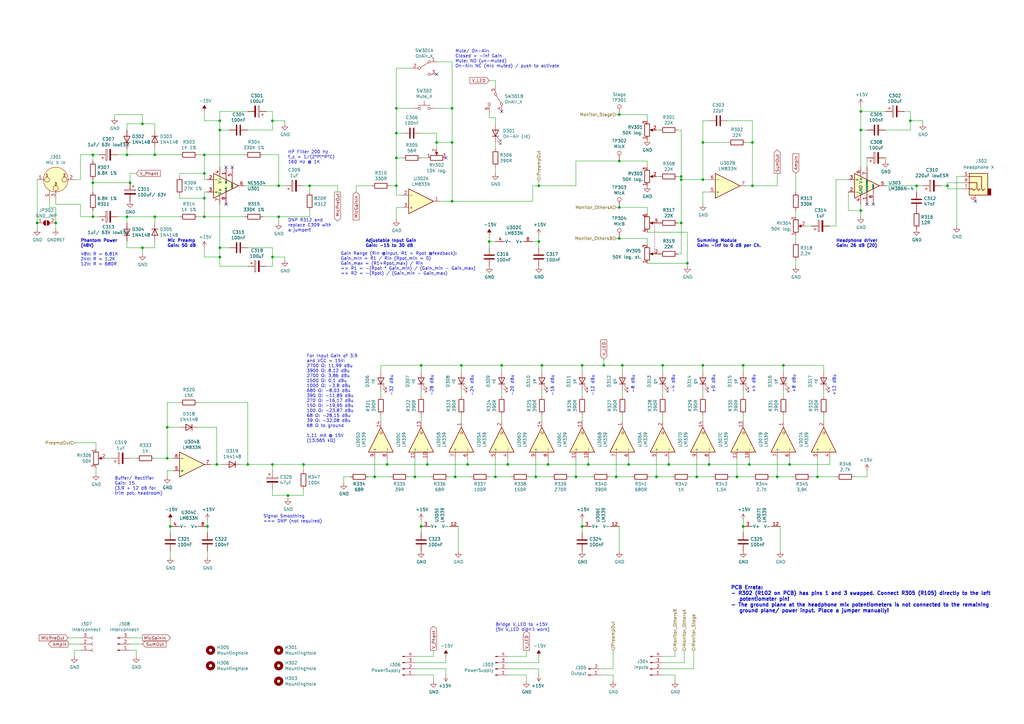
<source format=kicad_sch>
(kicad_sch (version 20211123) (generator eeschema)
  (paper "A3")
  (title_block (title "c3lingo interpeter unit -- channel strip") (date "2021-09-02") (rev "v0.2.1") (company "Jannik Beyerstedt (jtbx)") (comment 1 "Prototype 1 (with errata)"))
  (junction (at 203.2 195.58))
  (junction (at 373.38 49.53))
  (junction (at 353.06 45.72))
  (junction (at 255.27 149.86))
  (junction (at 58.42 101.6))
  (junction (at 158.75 190.5))
  (junction (at 279.4 72.39))
  (junction (at 323.85 190.5))
  (junction (at 111.76 49.53))
  (junction (at 236.22 195.58))
  (junction (at 15.24 91.44))
  (junction (at 252.73 195.58))
  (junction (at 90.17 53.34))
  (junction (at 271.78 149.86))
  (junction (at 219.71 195.58))
  (junction (at 288.29 73.66))
  (junction (at 302.26 195.58))
  (junction (at 153.67 195.58))
  (junction (at 285.75 195.58))
  (junction (at 257.81 190.5))
  (junction (at 111.76 105.41))
  (junction (at 222.25 149.86))
  (junction (at 321.31 149.86))
  (junction (at 162.56 64.77))
  (junction (at 353.06 53.34))
  (junction (at 83.82 71.12))
  (junction (at 22.86 91.44))
  (junction (at 38.1 88.9))
  (junction (at 53.34 74.93))
  (junction (at 114.3 88.9))
  (junction (at 279.4 73.66))
  (junction (at 288.29 149.86))
  (junction (at 254 97.79))
  (junction (at 90.17 105.41))
  (junction (at 118.11 203.2))
  (junction (at 375.92 76.2))
  (junction (at 185.42 58.42))
  (junction (at 124.46 190.5))
  (junction (at 58.42 50.8))
  (junction (at 290.83 190.5))
  (junction (at 69.85 215.9))
  (junction (at 127 76.2))
  (junction (at 254 85.09))
  (junction (at 90.17 49.53))
  (junction (at 38.1 74.93))
  (junction (at 238.76 149.86))
  (junction (at 269.24 195.58))
  (junction (at 281.94 107.95))
  (junction (at 83.82 63.5))
  (junction (at 172.72 149.86))
  (junction (at 304.8 215.9))
  (junction (at 175.26 190.5))
  (junction (at 162.56 44.45))
  (junction (at 68.58 187.96))
  (junction (at 101.6 190.5))
  (junction (at 353.06 86.36))
  (junction (at 90.17 101.6))
  (junction (at 172.72 215.9))
  (junction (at 308.61 58.42))
  (junction (at 288.29 58.42))
  (junction (at 111.76 190.5))
  (junction (at 335.28 195.58))
  (junction (at 254 66.04))
  (junction (at 162.56 76.2))
  (junction (at 63.5 63.5))
  (junction (at 307.34 190.5))
  (junction (at 191.77 190.5))
  (junction (at 52.07 88.9))
  (junction (at 189.23 149.86))
  (junction (at 83.82 88.9))
  (junction (at 274.32 190.5))
  (junction (at 224.79 190.5))
  (junction (at 220.98 76.2))
  (junction (at 388.62 76.2))
  (junction (at 114.3 76.2))
  (junction (at 186.69 195.58))
  (junction (at 52.07 63.5))
  (junction (at 63.5 88.9))
  (junction (at 254 46.99))
  (junction (at 88.9 190.5))
  (junction (at 200.66 99.06))
  (junction (at 205.74 149.86))
  (junction (at 170.18 195.58))
  (junction (at 238.76 215.9))
  (junction (at 318.77 195.58))
  (junction (at 185.42 44.45))
  (junction (at 179.07 58.42))
  (junction (at 38.1 63.5))
  (junction (at 162.56 54.61))
  (junction (at 185.42 82.55))
  (junction (at 308.61 76.2))
  (junction (at 279.4 91.44))
  (junction (at 247.65 149.86))
  (junction (at 208.28 190.5))
  (junction (at 85.09 215.9))
  (junction (at 304.8 149.86))
  (junction (at 220.98 99.06))
  (junction (at 68.58 175.26))
  (junction (at 241.3 190.5))
  (junction (at 83.82 81.28))
  (no_connect (at 355.6 83.82))
  (no_connect (at 92.71 83.82))
  (no_connect (at 358.14 83.82))
  (no_connect (at 95.25 68.58))
  (no_connect (at 205.74 45.72))
  (no_connect (at 92.71 68.58))
  (no_connect (at 182.88 64.77))
  (no_connect (at 400.05 82.55))
  (no_connect (at 179.07 30.48))
  (wire (pts (xy 342.9 73.66) (xy 342.9 92.71)))
  (wire (pts (xy 15.24 93.98) (xy 15.24 91.44)))
  (wire (pts (xy 353.06 86.36) (xy 353.06 88.9)))
  (wire (pts (xy 127 88.9) (xy 114.3 88.9)))
  (wire (pts (xy 285.75 187.96) (xy 285.75 195.58)))
  (wire (pts (xy 90.17 53.34) (xy 93.98 53.34)))
  (wire (pts (xy 340.36 190.5) (xy 340.36 187.96)))
  (wire (pts (xy 33.02 63.5) (xy 38.1 63.5)))
  (wire (pts (xy 265.43 107.95) (xy 281.94 107.95)))
  (wire (pts (xy 288.29 149.86) (xy 271.78 149.86)))
  (wire (pts (xy 203.2 58.42) (xy 203.2 60.96)))
  (wire (pts (xy 353.06 53.34) (xy 353.06 68.58)))
  (wire (pts (xy 307.34 190.5) (xy 307.34 187.96)))
  (wire (pts (xy 355.6 64.77) (xy 355.6 68.58)))
  (wire (pts (xy 162.56 54.61) (xy 165.1 54.61)))
  (wire (pts (xy 52.07 88.9) (xy 52.07 91.44)))
  (wire (pts (xy 73.66 81.28) (xy 73.66 80.01)))
  (wire (pts (xy 304.8 149.86) (xy 288.29 149.86)))
  (wire (pts (xy 320.04 215.9) (xy 320.04 226.06)))
  (wire (pts (xy 208.28 190.5) (xy 208.28 187.96)))
  (wire (pts (xy 378.46 49.53) (xy 378.46 50.8)))
  (wire (pts (xy 165.1 64.77) (xy 162.56 64.77)))
  (wire (pts (xy 238.76 149.86) (xy 238.76 152.4)))
  (wire (pts (xy 203.2 48.26) (xy 203.2 50.8)))
  (wire (pts (xy 265.43 85.09) (xy 265.43 87.63)))
  (wire (pts (xy 83.82 45.72) (xy 83.82 49.53)))
  (wire (pts (xy 156.21 170.18) (xy 156.21 172.72)))
  (wire (pts (xy 205.74 149.86) (xy 205.74 152.4)))
  (wire (pts (xy 138.43 76.2) (xy 138.43 78.74)))
  (wire (pts (xy 224.79 190.5) (xy 241.3 190.5)))
  (wire (pts (xy 53.34 261.62) (xy 58.42 261.62)))
  (wire (pts (xy 55.88 187.96) (xy 53.34 187.96)))
  (wire (pts (xy 281.94 95.25) (xy 281.94 107.95)))
  (wire (pts (xy 218.44 76.2) (xy 220.98 76.2)))
  (wire (pts (xy 288.29 73.66) (xy 290.83 73.66)))
  (wire (pts (xy 203.2 68.58) (xy 203.2 71.12)))
  (wire (pts (xy 22.86 85.09) (xy 20.32 85.09)))
  (wire (pts (xy 30.48 266.7) (xy 30.48 269.24)))
  (wire (pts (xy 83.82 81.28) (xy 73.66 81.28)))
  (wire (pts (xy 90.17 45.72) (xy 90.17 49.53)))
  (wire (pts (xy 355.6 193.04) (xy 355.6 195.58)))
  (wire (pts (xy 246.38 274.32) (xy 251.46 274.32)))
  (wire (pts (xy 101.6 165.1) (xy 101.6 190.5)))
  (wire (pts (xy 189.23 160.02) (xy 189.23 162.56)))
  (wire (pts (xy 200.66 48.26) (xy 203.2 48.26)))
  (wire (pts (xy 269.24 53.34) (xy 270.51 53.34)))
  (wire (pts (xy 321.31 160.02) (xy 321.31 162.56)))
  (wire (pts (xy 85.09 213.36) (xy 85.09 215.9)))
  (wire (pts (xy 269.24 72.39) (xy 270.51 72.39)))
  (wire (pts (xy 353.06 43.18) (xy 353.06 45.72)))
  (wire (pts (xy 185.42 44.45) (xy 185.42 58.42)))
  (wire (pts (xy 165.1 85.09) (xy 162.56 85.09)))
  (wire (pts (xy 33.02 88.9) (xy 38.1 88.9)))
  (wire (pts (xy 53.34 71.12) (xy 55.88 71.12)))
  (wire (pts (xy 347.98 86.36) (xy 353.06 86.36)))
  (wire (pts (xy 252.73 187.96) (xy 252.73 195.58)))
  (wire (pts (xy 53.34 264.16) (xy 58.42 264.16)))
  (wire (pts (xy 274.32 190.5) (xy 290.83 190.5)))
  (wire (pts (xy 208.28 190.5) (xy 224.79 190.5)))
  (wire (pts (xy 200.66 45.72) (xy 200.66 48.26)))
  (wire (pts (xy 335.28 195.58) (xy 342.9 195.58)))
  (wire (pts (xy 208.28 274.32) (xy 220.98 274.32)))
  (wire (pts (xy 337.82 149.86) (xy 321.31 149.86)))
  (wire (pts (xy 88.9 190.5) (xy 88.9 175.26)))
  (wire (pts (xy 90.17 49.53) (xy 90.17 53.34)))
  (wire (pts (xy 222.25 170.18) (xy 222.25 172.72)))
  (wire (pts (xy 254 85.09) (xy 265.43 85.09)))
  (wire (pts (xy 271.78 149.86) (xy 255.27 149.86)))
  (wire (pts (xy 220.98 276.86) (xy 220.98 274.32)))
  (wire (pts (xy 288.29 49.53) (xy 290.83 49.53)))
  (wire (pts (xy 350.52 195.58) (xy 355.6 195.58)))
  (wire (pts (xy 271.78 269.24) (xy 276.86 269.24)))
  (wire (pts (xy 200.66 99.06) (xy 200.66 101.6)))
  (wire (pts (xy 172.72 149.86) (xy 172.72 152.4)))
  (wire (pts (xy 363.22 53.34) (xy 373.38 53.34)))
  (wire (pts (xy 281.94 107.95) (xy 281.94 109.22)))
  (wire (pts (xy 68.58 165.1) (xy 68.58 175.26)))
  (wire (pts (xy 200.66 33.02) (xy 203.2 33.02)))
  (wire (pts (xy 250.19 195.58) (xy 252.73 195.58)))
  (wire (pts (xy 158.75 190.5) (xy 175.26 190.5)))
  (wire (pts (xy 22.86 83.82) (xy 33.02 83.82)))
  (wire (pts (xy 52.07 99.06) (xy 52.07 101.6)))
  (wire (pts (xy 63.5 88.9) (xy 73.66 88.9)))
  (wire (pts (xy 318.77 195.58) (xy 325.12 195.58)))
  (wire (pts (xy 220.98 73.66) (xy 220.98 76.2)))
  (wire (pts (xy 298.45 49.53) (xy 308.61 49.53)))
  (wire (pts (xy 179.07 54.61) (xy 179.07 58.42)))
  (wire (pts (xy 330.2 92.71) (xy 332.74 92.71)))
  (wire (pts (xy 254 97.79) (xy 265.43 97.79)))
  (wire (pts (xy 182.88 271.78) (xy 182.88 269.24)))
  (wire (pts (xy 63.5 50.8) (xy 63.5 53.34)))
  (wire (pts (xy 373.38 45.72) (xy 370.84 45.72)))
  (wire (pts (xy 205.74 149.86) (xy 189.23 149.86)))
  (wire (pts (xy 215.9 269.24) (xy 215.9 266.7)))
  (wire (pts (xy 238.76 160.02) (xy 238.76 162.56)))
  (wire (pts (xy 127 76.2) (xy 138.43 76.2)))
  (wire (pts (xy 162.56 80.01) (xy 165.1 80.01)))
  (wire (pts (xy 52.07 88.9) (xy 63.5 88.9)))
  (wire (pts (xy 160.02 76.2) (xy 162.56 76.2)))
  (wire (pts (xy 335.28 195.58) (xy 332.74 195.58)))
  (wire (pts (xy 335.28 187.96) (xy 335.28 195.58)))
  (wire (pts (xy 321.31 149.86) (xy 304.8 149.86)))
  (wire (pts (xy 90.17 105.41) (xy 90.17 109.22)))
  (wire (pts (xy 63.5 63.5) (xy 73.66 63.5)))
  (wire (pts (xy 27.94 261.62) (xy 33.02 261.62)))
  (wire (pts (xy 191.77 190.5) (xy 191.77 187.96)))
  (wire (pts (xy 241.3 190.5) (xy 257.81 190.5)))
  (wire (pts (xy 353.06 45.72) (xy 353.06 53.34)))
  (wire (pts (xy 68.58 175.26) (xy 68.58 187.96)))
  (wire (pts (xy 238.76 149.86) (xy 222.25 149.86)))
  (wire (pts (xy 187.96 215.9) (xy 187.96 226.06)))
  (wire (pts (xy 114.3 76.2) (xy 116.84 76.2)))
  (wire (pts (xy 238.76 215.9) (xy 238.76 218.44)))
  (wire (pts (xy 337.82 160.02) (xy 337.82 162.56)))
  (wire (pts (xy 276.86 269.24) (xy 276.86 266.7)))
  (wire (pts (xy 170.18 271.78) (xy 182.88 271.78)))
  (wire (pts (xy 48.26 88.9) (xy 52.07 88.9)))
  (wire (pts (xy 124.46 190.5) (xy 158.75 190.5)))
  (wire (pts (xy 337.82 170.18) (xy 337.82 172.72)))
  (wire (pts (xy 20.32 81.28) (xy 20.32 85.09)))
  (wire (pts (xy 69.85 213.36) (xy 69.85 215.9)))
  (wire (pts (xy 177.8 269.24) (xy 177.8 266.7)))
  (wire (pts (xy 304.8 149.86) (xy 304.8 152.4)))
  (wire (pts (xy 85.09 226.06) (xy 85.09 228.6)))
  (wire (pts (xy 118.11 203.2) (xy 118.11 204.47)))
  (wire (pts (xy 306.07 58.42) (xy 308.61 58.42)))
  (wire (pts (xy 88.9 190.5) (xy 91.44 190.5)))
  (wire (pts (xy 111.76 49.53) (xy 111.76 53.34)))
  (wire (pts (xy 255.27 170.18) (xy 255.27 172.72)))
  (wire (pts (xy 304.8 160.02) (xy 304.8 162.56)))
  (wire (pts (xy 22.86 93.98) (xy 22.86 91.44)))
  (wire (pts (xy 55.88 266.7) (xy 55.88 269.24)))
  (wire (pts (xy 326.39 106.68) (xy 326.39 109.22)))
  (wire (pts (xy 236.22 195.58) (xy 242.57 195.58)))
  (wire (pts (xy 124.46 200.66) (xy 124.46 203.2)))
  (wire (pts (xy 52.07 63.5) (xy 52.07 60.96)))
  (wire (pts (xy 252.73 85.09) (xy 254 85.09)))
  (wire (pts (xy 90.17 101.6) (xy 93.98 101.6)))
  (wire (pts (xy 388.62 76.2) (xy 388.62 77.47)))
  (wire (pts (xy 52.07 53.34) (xy 52.07 50.8)))
  (wire (pts (xy 353.06 53.34) (xy 355.6 53.34)))
  (wire (pts (xy 162.56 85.09) (xy 162.56 90.17)))
  (wire (pts (xy 378.46 76.2) (xy 375.92 76.2)))
  (wire (pts (xy 247.65 149.86) (xy 238.76 149.86)))
  (wire (pts (xy 73.66 71.12) (xy 83.82 71.12)))
  (wire (pts (xy 177.8 276.86) (xy 177.8 279.4)))
  (wire (pts (xy 111.76 105.41) (xy 116.84 105.41)))
  (wire (pts (xy 146.05 76.2) (xy 152.4 76.2)))
  (wire (pts (xy 208.28 269.24) (xy 215.9 269.24)))
  (wire (pts (xy 288.29 78.74) (xy 288.29 83.82)))
  (wire (pts (xy 251.46 274.32) (xy 251.46 266.7)))
  (wire (pts (xy 279.4 73.66) (xy 279.4 91.44)))
  (wire (pts (xy 109.22 109.22) (xy 111.76 109.22)))
  (wire (pts (xy 111.76 203.2) (xy 118.11 203.2)))
  (wire (pts (xy 27.94 264.16) (xy 33.02 264.16)))
  (wire (pts (xy 111.76 200.66) (xy 111.76 203.2)))
  (wire (pts (xy 172.72 160.02) (xy 172.72 162.56)))
  (wire (pts (xy 127 76.2) (xy 127 78.74)))
  (wire (pts (xy 124.46 190.5) (xy 111.76 190.5)))
  (wire (pts (xy 247.65 147.32) (xy 247.65 149.86)))
  (wire (pts (xy 184.15 195.58) (xy 186.69 195.58)))
  (wire (pts (xy 58.42 50.8) (xy 63.5 50.8)))
  (wire (pts (xy 373.38 49.53) (xy 378.46 49.53)))
  (wire (pts (xy 388.62 74.93) (xy 388.62 76.2)))
  (wire (pts (xy 326.39 96.52) (xy 326.39 99.06)))
  (wire (pts (xy 116.84 105.41) (xy 116.84 106.68)))
  (wire (pts (xy 162.56 27.94) (xy 162.56 44.45)))
  (wire (pts (xy 288.29 160.02) (xy 288.29 162.56)))
  (wire (pts (xy 158.75 190.5) (xy 158.75 187.96)))
  (wire (pts (xy 73.66 165.1) (xy 68.58 165.1)))
  (wire (pts (xy 274.32 190.5) (xy 274.32 187.96)))
  (wire (pts (xy 304.8 215.9) (xy 304.8 218.44)))
  (wire (pts (xy 30.48 73.66) (xy 33.02 73.66)))
  (wire (pts (xy 162.56 76.2) (xy 162.56 80.01)))
  (wire (pts (xy 170.18 187.96) (xy 170.18 195.58)))
  (wire (pts (xy 186.69 195.58) (xy 193.04 195.58)))
  (wire (pts (xy 167.64 195.58) (xy 170.18 195.58)))
  (wire (pts (xy 392.43 72.39) (xy 392.43 92.71)))
  (wire (pts (xy 373.38 53.34) (xy 373.38 49.53)))
  (wire (pts (xy 219.71 187.96) (xy 219.71 195.58)))
  (wire (pts (xy 46.99 46.99) (xy 58.42 46.99)))
  (wire (pts (xy 222.25 160.02) (xy 222.25 162.56)))
  (wire (pts (xy 90.17 101.6) (xy 90.17 105.41)))
  (wire (pts (xy 90.17 68.58) (xy 90.17 53.34)))
  (wire (pts (xy 109.22 45.72) (xy 111.76 45.72)))
  (wire (pts (xy 73.66 72.39) (xy 73.66 71.12)))
  (wire (pts (xy 284.48 274.32) (xy 284.48 266.7)))
  (wire (pts (xy 185.42 58.42) (xy 185.42 82.55)))
  (wire (pts (xy 337.82 149.86) (xy 337.82 152.4)))
  (wire (pts (xy 58.42 101.6) (xy 63.5 101.6)))
  (wire (pts (xy 220.98 99.06) (xy 220.98 96.52)))
  (wire (pts (xy 288.29 149.86) (xy 288.29 152.4)))
  (wire (pts (xy 220.98 271.78) (xy 220.98 269.24)))
  (wire (pts (xy 386.08 76.2) (xy 388.62 76.2)))
  (wire (pts (xy 271.78 149.86) (xy 271.78 152.4)))
  (wire (pts (xy 269.24 187.96) (xy 269.24 195.58)))
  (wire (pts (xy 63.5 101.6) (xy 63.5 99.06)))
  (wire (pts (xy 279.4 91.44) (xy 279.4 104.14)))
  (wire (pts (xy 53.34 266.7) (xy 55.88 266.7)))
  (wire (pts (xy 38.1 86.36) (xy 38.1 88.9)))
  (wire (pts (xy 46.99 48.26) (xy 46.99 46.99)))
  (wire (pts (xy 179.07 58.42) (xy 179.07 60.96)))
  (wire (pts (xy 15.24 73.66) (xy 15.24 91.44)))
  (wire (pts (xy 100.33 63.5) (xy 83.82 63.5)))
  (wire (pts (xy 140.97 198.12) (xy 140.97 195.58)))
  (wire (pts (xy 340.36 92.71) (xy 342.9 92.71)))
  (wire (pts (xy 285.75 195.58) (xy 292.1 195.58)))
  (wire (pts (xy 86.36 190.5) (xy 88.9 190.5)))
  (wire (pts (xy 278.13 72.39) (xy 279.4 72.39)))
  (wire (pts (xy 189.23 149.86) (xy 189.23 152.4)))
  (wire (pts (xy 101.6 165.1) (xy 81.28 165.1)))
  (wire (pts (xy 175.26 190.5) (xy 191.77 190.5)))
  (wire (pts (xy 39.37 181.61) (xy 39.37 184.15)))
  (wire (pts (xy 38.1 66.04) (xy 38.1 63.5)))
  (wire (pts (xy 38.1 73.66) (xy 38.1 74.93)))
  (wire (pts (xy 388.62 74.93) (xy 394.97 74.93)))
  (wire (pts (xy 83.82 71.12) (xy 83.82 73.66)))
  (wire (pts (xy 326.39 71.12) (xy 326.39 78.74)))
  (wire (pts (xy 203.2 33.02) (xy 203.2 35.56)))
  (wire (pts (xy 52.07 63.5) (xy 63.5 63.5)))
  (wire (pts (xy 114.3 63.5) (xy 107.95 63.5)))
  (wire (pts (xy 290.83 78.74) (xy 288.29 78.74)))
  (wire (pts (xy 68.58 187.96) (xy 71.12 187.96)))
  (wire (pts (xy 308.61 49.53) (xy 308.61 58.42)))
  (wire (pts (xy 302.26 187.96) (xy 302.26 195.58)))
  (wire (pts (xy 255.27 149.86) (xy 247.65 149.86)))
  (wire (pts (xy 172.72 215.9) (xy 172.72 218.44)))
  (wire (pts (xy 278.13 104.14) (xy 279.4 104.14)))
  (wire (pts (xy 290.83 190.5) (xy 307.34 190.5)))
  (wire (pts (xy 85.09 215.9) (xy 85.09 218.44)))
  (wire (pts (xy 73.66 175.26) (xy 68.58 175.26)))
  (wire (pts (xy 71.12 193.04) (xy 68.58 193.04)))
  (wire (pts (xy 307.34 190.5) (xy 323.85 190.5)))
  (wire (pts (xy 236.22 187.96) (xy 236.22 195.58)))
  (wire (pts (xy 90.17 109.22) (xy 101.6 109.22)))
  (wire (pts (xy 111.76 105.41) (xy 111.76 101.6)))
  (wire (pts (xy 111.76 109.22) (xy 111.76 105.41)))
  (wire (pts (xy 252.73 97.79) (xy 254 97.79)))
  (wire (pts (xy 191.77 190.5) (xy 208.28 190.5)))
  (wire (pts (xy 205.74 170.18) (xy 205.74 172.72)))
  (wire (pts (xy 114.3 76.2) (xy 114.3 63.5)))
  (wire (pts (xy 83.82 81.28) (xy 83.82 88.9)))
  (wire (pts (xy 151.13 195.58) (xy 153.67 195.58)))
  (wire (pts (xy 153.67 195.58) (xy 153.67 187.96)))
  (wire (pts (xy 266.7 195.58) (xy 269.24 195.58)))
  (wire (pts (xy 58.42 46.99) (xy 58.42 50.8)))
  (wire (pts (xy 182.88 276.86) (xy 182.88 274.32)))
  (wire (pts (xy 255.27 160.02) (xy 255.27 162.56)))
  (wire (pts (xy 33.02 83.82) (xy 33.02 88.9)))
  (wire (pts (xy 168.91 27.94) (xy 162.56 27.94)))
  (wire (pts (xy 124.46 203.2) (xy 118.11 203.2)))
  (wire (pts (xy 124.46 76.2) (xy 127 76.2)))
  (wire (pts (xy 68.58 193.04) (xy 68.58 195.58)))
  (wire (pts (xy 265.43 46.99) (xy 265.43 49.53)))
  (wire (pts (xy 308.61 58.42) (xy 308.61 76.2)))
  (wire (pts (xy 265.43 66.04) (xy 265.43 68.58)))
  (wire (pts (xy 38.1 63.5) (xy 40.64 63.5)))
  (wire (pts (xy 203.2 195.58) (xy 209.55 195.58)))
  (wire (pts (xy 318.77 187.96) (xy 318.77 195.58)))
  (wire (pts (xy 156.21 149.86) (xy 156.21 152.4)))
  (wire (pts (xy 68.58 187.96) (xy 63.5 187.96)))
  (wire (pts (xy 347.98 73.66) (xy 342.9 73.66)))
  (wire (pts (xy 83.82 105.41) (xy 83.82 101.6)))
  (wire (pts (xy 238.76 170.18) (xy 238.76 172.72)))
  (wire (pts (xy 318.77 71.12) (xy 318.77 76.2)))
  (wire (pts (xy 251.46 276.86) (xy 251.46 279.4)))
  (wire (pts (xy 323.85 190.5) (xy 340.36 190.5)))
  (wire (pts (xy 218.44 99.06) (xy 220.98 99.06)))
  (wire (pts (xy 186.69 187.96) (xy 186.69 195.58)))
  (wire (pts (xy 278.13 91.44) (xy 279.4 91.44)))
  (wire (pts (xy 168.91 44.45) (xy 162.56 44.45)))
  (wire (pts (xy 172.72 54.61) (xy 179.07 54.61)))
  (wire (pts (xy 189.23 149.86) (xy 172.72 149.86)))
  (wire (pts (xy 208.28 276.86) (xy 215.9 276.86)))
  (wire (pts (xy 224.79 190.5) (xy 224.79 187.96)))
  (wire (pts (xy 111.76 190.5) (xy 111.76 193.04)))
  (wire (pts (xy 38.1 74.93) (xy 38.1 78.74)))
  (wire (pts (xy 48.26 63.5) (xy 52.07 63.5)))
  (wire (pts (xy 200.66 96.52) (xy 200.66 99.06)))
  (wire (pts (xy 394.97 77.47) (xy 388.62 77.47)))
  (wire (pts (xy 302.26 195.58) (xy 308.61 195.58)))
  (wire (pts (xy 162.56 64.77) (xy 162.56 76.2)))
  (wire (pts (xy 304.8 170.18) (xy 304.8 172.72)))
  (wire (pts (xy 30.48 181.61) (xy 39.37 181.61)))
  (wire (pts (xy 153.67 195.58) (xy 160.02 195.58)))
  (wire (pts (xy 180.34 82.55) (xy 185.42 82.55)))
  (wire (pts (xy 90.17 105.41) (xy 83.82 105.41)))
  (wire (pts (xy 170.18 274.32) (xy 182.88 274.32)))
  (wire (pts (xy 162.56 54.61) (xy 162.56 64.77)))
  (wire (pts (xy 172.72 64.77) (xy 175.26 64.77)))
  (wire (pts (xy 185.42 25.4) (xy 185.42 44.45)))
  (wire (pts (xy 83.82 63.5) (xy 81.28 63.5)))
  (wire (pts (xy 101.6 101.6) (xy 111.76 101.6)))
  (wire (pts (xy 205.74 160.02) (xy 205.74 162.56)))
  (wire (pts (xy 124.46 193.04) (xy 124.46 190.5)))
  (wire (pts (xy 255.27 149.86) (xy 255.27 152.4)))
  (wire (pts (xy 220.98 76.2) (xy 236.22 76.2)))
  (wire (pts (xy 375.92 76.2) (xy 363.22 76.2)))
  (wire (pts (xy 179.07 25.4) (xy 185.42 25.4)))
  (wire (pts (xy 175.26 190.5) (xy 175.26 187.96)))
  (wire (pts (xy 222.25 149.86) (xy 205.74 149.86)))
  (wire (pts (xy 252.73 195.58) (xy 259.08 195.58)))
  (wire (pts (xy 271.78 170.18) (xy 271.78 172.72)))
  (wire (pts (xy 127 86.36) (xy 127 88.9)))
  (wire (pts (xy 290.83 190.5) (xy 290.83 187.96)))
  (wire (pts (xy 85.09 78.74) (xy 83.82 78.74)))
  (wire (pts (xy 185.42 82.55) (xy 218.44 82.55)))
  (wire (pts (xy 100.33 76.2) (xy 114.3 76.2)))
  (wire (pts (xy 63.5 88.9) (xy 63.5 91.44)))
  (wire (pts (xy 58.42 104.14) (xy 58.42 101.6)))
  (wire (pts (xy 326.39 86.36) (xy 326.39 88.9)))
  (wire (pts (xy 269.24 195.58) (xy 275.59 195.58)))
  (wire (pts (xy 353.06 45.72) (xy 363.22 45.72)))
  (wire (pts (xy 172.72 170.18) (xy 172.72 172.72)))
  (wire (pts (xy 53.34 74.93) (xy 53.34 71.12)))
  (wire (pts (xy 83.82 71.12) (xy 83.82 63.5)))
  (wire (pts (xy 88.9 175.26) (xy 81.28 175.26)))
  (wire (pts (xy 271.78 160.02) (xy 271.78 162.56)))
  (wire (pts (xy 306.07 76.2) (xy 308.61 76.2)))
  (wire (pts (xy 323.85 190.5) (xy 323.85 187.96)))
  (wire (pts (xy 233.68 195.58) (xy 236.22 195.58)))
  (wire (pts (xy 279.4 73.66) (xy 288.29 73.66)))
  (wire (pts (xy 271.78 276.86) (xy 276.86 276.86)))
  (wire (pts (xy 241.3 190.5) (xy 241.3 187.96)))
  (wire (pts (xy 353.06 83.82) (xy 353.06 86.36)))
  (wire (pts (xy 217.17 195.58) (xy 219.71 195.58)))
  (wire (pts (xy 146.05 78.74) (xy 146.05 76.2)))
  (wire (pts (xy 200.66 195.58) (xy 203.2 195.58)))
  (wire (pts (xy 172.72 213.36) (xy 172.72 215.9)))
  (wire (pts (xy 39.37 191.77) (xy 39.37 194.31)))
  (wire (pts (xy 246.38 276.86) (xy 251.46 276.86)))
  (wire (pts (xy 114.3 88.9) (xy 114.3 91.44)))
  (wire (pts (xy 222.25 149.86) (xy 222.25 152.4)))
  (wire (pts (xy 101.6 190.5) (xy 111.76 190.5)))
  (wire (pts (xy 278.13 53.34) (xy 279.4 53.34)))
  (wire (pts (xy 288.29 58.42) (xy 288.29 49.53)))
  (wire (pts (xy 299.72 195.58) (xy 302.26 195.58)))
  (wire (pts (xy 38.1 74.93) (xy 53.34 74.93)))
  (wire (pts (xy 373.38 49.53) (xy 373.38 45.72)))
  (wire (pts (xy 52.07 101.6) (xy 58.42 101.6)))
  (wire (pts (xy 100.33 88.9) (xy 83.82 88.9)))
  (wire (pts (xy 276.86 276.86) (xy 276.86 279.4)))
  (wire (pts (xy 189.23 170.18) (xy 189.23 172.72)))
  (wire (pts (xy 321.31 149.86) (xy 321.31 152.4)))
  (wire (pts (xy 156.21 149.86) (xy 172.72 149.86)))
  (wire (pts (xy 83.82 88.9) (xy 81.28 88.9)))
  (wire (pts (xy 288.29 58.42) (xy 288.29 73.66)))
  (wire (pts (xy 83.82 78.74) (xy 83.82 81.28)))
  (wire (pts (xy 219.71 195.58) (xy 226.06 195.58)))
  (wire (pts (xy 33.02 266.7) (xy 30.48 266.7)))
  (wire (pts (xy 288.29 170.18) (xy 288.29 172.72)))
  (wire (pts (xy 236.22 76.2) (xy 236.22 66.04)))
  (wire (pts (xy 208.28 271.78) (xy 220.98 271.78)))
  (wire (pts (xy 280.67 271.78) (xy 280.67 266.7)))
  (wire (pts (xy 111.76 49.53) (xy 116.84 49.53)))
  (wire (pts (xy 156.21 160.02) (xy 156.21 162.56)))
  (wire (pts (xy 83.82 73.66) (xy 85.09 73.66)))
  (wire (pts (xy 308.61 76.2) (xy 318.77 76.2)))
  (wire (pts (xy 111.76 45.72) (xy 111.76 49.53)))
  (wire (pts (xy 170.18 269.24) (xy 177.8 269.24)))
  (wire (pts (xy 279.4 53.34) (xy 279.4 72.39)))
  (wire (pts (xy 162.56 44.45) (xy 162.56 54.61)))
  (wire (pts (xy 140.97 195.58) (xy 143.51 195.58)))
  (wire (pts (xy 316.23 195.58) (xy 318.77 195.58)))
  (wire (pts (xy 254 66.04) (xy 265.43 66.04)))
  (wire (pts (xy 22.86 81.28) (xy 22.86 83.82)))
  (wire (pts (xy 363.22 64.77) (xy 363.22 66.04)))
  (wire (pts (xy 218.44 76.2) (xy 218.44 82.55)))
  (wire (pts (xy 170.18 195.58) (xy 176.53 195.58)))
  (wire (pts (xy 52.07 50.8) (xy 58.42 50.8)))
  (wire (pts (xy 392.43 72.39) (xy 394.97 72.39)))
  (wire (pts (xy 254 46.99) (xy 265.43 46.99)))
  (wire (pts (xy 254 215.9) (xy 254 226.06)))
  (wire (pts (xy 33.02 73.66) (xy 33.02 63.5)))
  (wire (pts (xy 69.85 215.9) (xy 69.85 218.44)))
  (wire (pts (xy 22.86 91.44) (xy 22.86 85.09)))
  (wire (pts (xy 347.98 78.74) (xy 347.98 86.36)))
  (wire (pts (xy 107.95 88.9) (xy 114.3 88.9)))
  (wire (pts (xy 220.98 99.06) (xy 220.98 101.6)))
  (wire (pts (xy 38.1 88.9) (xy 40.64 88.9)))
  (wire (pts (xy 252.73 46.99) (xy 254 46.99)))
  (wire (pts (xy 69.85 226.06) (xy 69.85 228.6)))
  (wire (pts (xy 170.18 276.86) (xy 177.8 276.86)))
  (wire (pts (xy 288.29 58.42) (xy 298.45 58.42)))
  (wire (pts (xy 116.84 49.53) (xy 116.84 50.8)))
  (wire (pts (xy 236.22 66.04) (xy 254 66.04)))
  (wire (pts (xy 283.21 195.58) (xy 285.75 195.58)))
  (wire (pts (xy 321.31 170.18) (xy 321.31 172.72)))
  (wire (pts (xy 265.43 97.79) (xy 265.43 100.33)))
  (wire (pts (xy 271.78 274.32) (xy 284.48 274.32)))
  (wire (pts (xy 304.8 213.36) (xy 304.8 215.9)))
  (wire (pts (xy 238.76 213.36) (xy 238.76 215.9)))
  (wire (pts (xy 215.9 276.86) (xy 215.9 279.4)))
  (wire (pts (xy 99.06 190.5) (xy 101.6 190.5)))
  (wire (pts (xy 185.42 44.45) (xy 179.07 44.45)))
  (wire (pts (xy 63.5 60.96) (xy 63.5 63.5)))
  (wire (pts (xy 375.92 76.2) (xy 375.92 78.74)))
  (wire (pts (xy 271.78 271.78) (xy 280.67 271.78)))
  (wire (pts (xy 279.4 72.39) (xy 279.4 73.66)))
  (wire (pts (xy 90.17 45.72) (xy 101.6 45.72)))
  (wire (pts (xy 111.76 53.34) (xy 101.6 53.34)))
  (wire (pts (xy 265.43 95.25) (xy 281.94 95.25)))
  (wire (pts (xy 43.18 187.96) (xy 45.72 187.96)))
  (wire (pts (xy 179.07 58.42) (xy 185.42 58.42)))
  (wire (pts (xy 203.2 187.96) (xy 203.2 195.58)))
  (wire (pts (xy 83.82 49.53) (xy 90.17 49.53)))
  (wire (pts (xy 203.2 99.06) (xy 200.66 99.06)))
  (wire (pts (xy 257.81 190.5) (xy 257.81 187.96)))
  (wire (pts (xy 90.17 83.82) (xy 90.17 101.6)))
  (wire (pts (xy 257.81 190.5) (xy 274.32 190.5)))
  (text "Mic Preamp\nGain: 50 dB" (at 68.58 101.6 0) (effects (font (size 1.27 1.27) (thickness 0.254) bold) (justify left bottom)))
  (text "Summing Module\nGain: -inf to 0 dB per Ch." (at 285.75 101.6 0) (effects (font (size 1.27 1.27) (thickness 0.254) bold) (justify left bottom)))
  (text "-16 dBu" (at 227.33 162.56 90) (effects (font (size 1.27 1.27)) (justify left bottom)))
  (text "HP Filter 200 Hz\nf_c = 1/(2*PI*R*C)\n160 Hz @ 1K" (at 118.11 67.31 0) (effects (font (size 1.27 1.27)) (justify left bottom)))
  (text "-20 dBu" (at 210.82 162.56 90) (effects (font (size 1.27 1.27)) (justify left bottom)))
  (text "Headphone driver\nGain: 26 dB (20)" (at 342.9 101.6 0) (effects (font (size 1.27 1.27) (thickness 0.254) bold) (justify left bottom)))
  (text "PCB Errata:\n- R302 (R102 on PCB) has pins 1 and 3 swapped. Connect R305 (R105) directly to the left\n   potentiometer pin!\n- The ground plane at the headphone mix potentiometers is not connected to the remaining\n   ground plane/ power input. Place a jumper manually!" (at 299.72 251.46 0) (effects (font (size 1.4732 1.4732) (thickness 0.2946) bold) (justify left bottom)))
  (text "Adjustable Input Gain\nGain: -15 to 30 dB" (at 149.86 101.6 0) (effects (font (size 1.27 1.27) (thickness 0.254) bold) (justify left bottom)))
  (text "+4 dBu" (at 309.88 153.67 270) (effects (font (size 1.27 1.27)) (justify right bottom)))
  (text "48V: R = 6.81K\n24V: R = 1.2K\n12V: R = 680R" (at 33.02 109.22 0) (effects (font (size 1.27 1.27)) (justify left bottom)))
  (text "+8 dBu" (at 326.39 153.67 270) (effects (font (size 1.27 1.27)) (justify right bottom)))
  (text "Phantom Power\n(48V)" (at 33.02 101.6 0) (effects (font (size 1.27 1.27) (thickness 0.254) bold) (justify left bottom)))
  (text "For Input Gain of 3.9\nand VCC = 15V:\n2700 Ω: 11,99 dBu\n3900 Ω: 8,12 dBu\n2700 Ω: 3,86 dBu\n1500 Ω: 0,1 dBu\n1000 Ω: -3,8 dBu\n680 Ω: -8,03 dBu\n390 Ω: -11,89 dBu\n270 Ω: -16,17 dBu\n150 Ω: -19,95 dBu\n100 Ω: -23,87 dBu\n68 Ω: -28,15 dBu\n39 Ω: -32,08 dBu\n68 Ω to ground\n\n1.11 mA @ 15V\n(13.565 kΩ)" (at 125.73 181.61 0) (effects (font (size 1.27 1.27)) (justify left bottom)))
  (text "+12 dBu" (at 342.9 153.67 270) (effects (font (size 1.27 1.27)) (justify right bottom)))
  (text "Mute/ On-Air:\nClosed = -inf Gain\nMute: NO (un-muted)\nOn-Air: NC (mic muted) / push to activate" (at 186.69 27.94 0) (effects (font (size 1.27 1.27)) (justify left bottom)))
  (text "Gain Range (Rin @input, R1 + Rpot @feedback):\nGain_min = R1 / Rin (Rpot_min = 0)\nGain_max = (R1+Rpot_max) / Rin\n=> R1 = -(Rpot * Gain_min) / (Gain_min - Gain_max)\n=> R2 = -(Rpot) / (Gain_min - Gain_max) " (at 139.7 113.03 0) (effects (font (size 1.27 1.27)) (justify left bottom)))
  (text "Bridge V_LED to +15V\n(5V V_LED didn’t work)" (at 203.2 259.08 0) (effects (font (size 1.27 1.27)) (justify left bottom)))
  (text "-12 dBu" (at 243.84 162.56 90) (effects (font (size 1.27 1.27)) (justify left bottom)))
  (text "Signal Smoothing\n==> DNP (not required)" (at 107.95 214.63 0) (effects (font (size 1.27 1.27)) (justify left bottom)))
  (text "-4 dBu" (at 276.86 153.67 270) (effects (font (size 1.27 1.27)) (justify right bottom)))
  (text "-8 dBu" (at 260.35 161.29 90) (effects (font (size 1.27 1.27)) (justify left bottom)))
  (text "-24 dBu" (at 194.31 162.56 90) (effects (font (size 1.27 1.27)) (justify left bottom)))
  (text "-32 dBu" (at 161.29 162.56 90) (effects (font (size 1.27 1.27)) (justify left bottom)))
  (text "-28 dBu" (at 177.8 162.56 90) (effects (font (size 1.27 1.27)) (justify left bottom)))
  (text "+0 dBu" (at 293.37 153.67 270) (effects (font (size 1.27 1.27)) (justify right bottom)))
  (text "Buffer/ Rectifier\nGain: 15\n(3.9 + 12 dB for\ntrim pot. headroom)" (at 46.99 203.2 0) (effects (font (size 1.27 1.27)) (justify left bottom)))
  (text "DNP R312 and\nreplace C309 with\na jumper!" (at 118.11 95.25 0) (effects (font (size 1.27 1.27)) (justify left bottom)))
  (global_label "MicPreOut" (shape output) (at 138.43 78.74 270) (property "Intersheet References" "${INTERSHEET_REFS}" (effects hide)))
  (global_label "MicGainIn" (shape input) (at 146.05 78.74 270) (property "Intersheet References" "${INTERSHEET_REFS}" (effects hide)))
  (global_label "V_Phant" (shape input) (at 55.88 71.12 0) (property "Intersheet References" "${INTERSHEET_REFS}" (effects hide)))
  (global_label "MicGainIn" (shape output) (at 58.42 261.62 0) (property "Intersheet References" "${INTERSHEET_REFS}" (effects hide)))
  (global_label "MicPreOut" (shape input) (at 27.94 261.62 180) (property "Intersheet References" "${INTERSHEET_REFS}" (effects hide)))
  (global_label "SumOut" (shape input) (at 58.42 264.16 0) (property "Intersheet References" "${INTERSHEET_REFS}" (effects hide)))
  (global_label "AmpIn" (shape output) (at 27.94 264.16 180) (property "Intersheet References" "${INTERSHEET_REFS}" (effects hide)))
  (global_label "V_LED" (shape input) (at 247.65 147.32 90) (property "Intersheet References" "${INTERSHEET_REFS}" (effects hide)))
  (global_label "V_Phant" (shape output) (at 177.8 266.7 90) (property "Intersheet References" "${INTERSHEET_REFS}" (effects hide)))
  (global_label "V_LED" (shape input) (at 200.66 33.02 180) (property "Intersheet References" "${INTERSHEET_REFS}" (effects hide)))
  (global_label "SumOut" (shape output) (at 318.77 71.12 90) (property "Intersheet References" "${INTERSHEET_REFS}" (effects hide)))
  (global_label "AmpIn" (shape input) (at 326.39 71.12 90) (property "Intersheet References" "${INTERSHEET_REFS}" (effects hide)))
  (global_label "V_LED" (shape output) (at 215.9 266.7 90) (property "Intersheet References" "${INTERSHEET_REFS}" (effects hide)))
  (hierarchical_label "Monitor_OthersB" (shape output) (at 276.86 266.7 90))
  (hierarchical_label "PreampOut" (shape input) (at 30.48 181.61 180))
  (hierarchical_label "Monitor_Stage" (shape input) (at 252.73 46.99 180))
  (hierarchical_label "Monitor_OthersA" (shape output) (at 280.67 266.7 90))
  (hierarchical_label "Monitor_OthersB" (shape input) (at 252.73 97.79 180))
  (hierarchical_label "Monitor_OthersA" (shape input) (at 252.73 85.09 180))
  (hierarchical_label "PreampOut" (shape output) (at 220.98 73.66 90))
  (hierarchical_label "Monitor_Stage" (shape output) (at 284.48 266.7 90))
  (hierarchical_label "PreampOut" (shape input) (at 251.46 266.7 90))
  (symbol (lib_id "Amplifier_Operational:NE5534") (at 92.71 76.2 0) (mirror x) (unit 1)
    (property "Reference" "U301" (at 101.4476 77.3684 0) (effects (justify left)))
    (property "Value" "NE5534" (at 101.4476 75.057 0) (effects (justify left)))
    (property "Footprint" "Package_DIP:DIP-8_W7.62mm_Socket_LongPads" (effects hide))
    (property "Datasheet" "https://www.ti.com/lit/ds/symlink/ne5534.pdf" (effects hide))
    (property "Model" "+DIP-8 Socket" (effects hide))
  )
  (symbol (lib_id "Connector:XLR3_Ground") (at 22.86 73.66 0) (unit 1)
    (property "Reference" "J301" (at 22.86 64.389 0))
    (property "Value" "Mic X In" (at 22.86 66.7004 0))
    (property "Footprint" "Connector_Audio:Jack_XLR_Neutrik_NC3FAAH2_Horizontal" (effects hide))
    (property "Datasheet" "https://www.neutrik.com/media/8333/download/nc3faah2-1.pdf" (effects hide))
    (property "Model" "NC3FAAH2 (Horiz. Male)" (effects hide))
  )
  (symbol (lib_id "Connector:AudioJack3_Ground") (at 400.05 74.93 0) (mirror y) (unit 1)
    (property "Reference" "J302" (at 400.05 66.04 0) (effects (justify right)))
    (property "Value" "Headphone X" (at 394.97 68.58 0) (effects (justify right)))
    (property "Footprint" "Connector_Audio:Jack_6.35mm_Neutrik_NMJ6HFD2_Horizontal" (effects hide))
    (property "Datasheet" "https://www.rean-connectors.com/media/9014/download/nys-216.pdf?v=1" (effects hide))
    (property "Model" "NYS216G (Horiz.)" (effects hide))
  )
  (symbol (lib_id "power:GND") (at 15.24 93.98 0) (unit 1)
    (property "Reference" "#PWR0317" (effects hide))
    (property "Value" "GND" (at 15.367 98.3742 0))
  )
  (symbol (lib_id "Device:R") (at 77.47 63.5 270) (unit 1)
    (property "Reference" "R303" (at 77.47 58.2422 90))
    (property "Value" "1K 1%" (at 77.47 60.5536 90))
    (property "Footprint" "Resistor_THT:R_Axial_DIN0207_L6.3mm_D2.5mm_P10.16mm_Horizontal" (effects hide))
  )
  (symbol (lib_id "Device:R") (at 156.21 76.2 270) (unit 1)
    (property "Reference" "R310" (at 156.21 70.9422 90))
    (property "Value" "330R" (at 156.21 73.2536 90))
    (property "Footprint" "Resistor_THT:R_Axial_DIN0207_L6.3mm_D2.5mm_P10.16mm_Horizontal" (effects hide))
  )
  (symbol (lib_id "Device:R") (at 104.14 88.9 270) (unit 1)
    (property "Reference" "R315" (at 104.14 83.6422 90))
    (property "Value" "330K 1%" (at 104.14 85.9536 90))
    (property "Footprint" "Resistor_THT:R_Axial_DIN0207_L6.3mm_D2.5mm_P10.16mm_Horizontal" (effects hide))
  )
  (symbol (lib_id "Device:R") (at 73.66 76.2 0) (unit 1)
    (property "Reference" "R309" (at 75.438 75.0316 0) (effects (justify left)))
    (property "Value" "27K 1%" (at 75.438 77.343 0) (effects (justify left)))
    (property "Footprint" "Resistor_THT:R_Axial_DIN0207_L6.3mm_D2.5mm_P10.16mm_Horizontal" (effects hide))
  )
  (symbol (lib_id "Device:R") (at 77.47 88.9 270) (unit 1)
    (property "Reference" "R314" (at 77.47 83.6422 90))
    (property "Value" "1K 1%" (at 77.47 85.9536 90))
    (property "Footprint" "Resistor_THT:R_Axial_DIN0207_L6.3mm_D2.5mm_P10.16mm_Horizontal" (effects hide))
  )
  (symbol (lib_id "power:+15V") (at 83.82 101.6 0) (unit 1)
    (property "Reference" "#PWR0322" (effects hide))
    (property "Value" "+15V" (at 84.201 97.2058 0))
  )
  (symbol (lib_id "power:-15V") (at 83.82 45.72 0) (unit 1)
    (property "Reference" "#PWR0302" (effects hide))
    (property "Value" "-15V" (at 84.201 41.3258 0))
  )
  (symbol (lib_id "Device:R") (at 104.14 63.5 90) (mirror x) (unit 1)
    (property "Reference" "R304" (at 104.14 58.2422 90))
    (property "Value" "330K 1%" (at 104.14 60.5536 90))
    (property "Footprint" "Resistor_THT:R_Axial_DIN0207_L6.3mm_D2.5mm_P10.16mm_Horizontal" (effects hide))
  )
  (symbol (lib_id "power:GND") (at 114.3 91.44 0) (unit 1)
    (property "Reference" "#PWR0314" (effects hide))
    (property "Value" "GND" (at 114.427 95.8342 0))
  )
  (symbol (lib_id "power:GND") (at 116.84 106.68 0) (unit 1)
    (property "Reference" "#PWR0324" (effects hide))
    (property "Value" "GND" (at 116.967 111.0742 0))
  )
  (symbol (lib_id "Device:C") (at 97.79 101.6 90) (mirror x) (unit 1)
    (property "Reference" "C315" (at 97.79 95.1992 90))
    (property "Value" "100nF" (at 97.79 97.5106 90))
    (property "Footprint" "Capacitor_THT:C_Disc_D5.0mm_W2.5mm_P5.00mm" (effects hide))
  )
  (symbol (lib_id "Device:C_Polarized") (at 105.41 109.22 90) (mirror x) (unit 1)
    (property "Reference" "C318" (at 105.41 102.743 90))
    (property "Value" "100uF" (at 105.41 105.0544 90))
    (property "Footprint" "Capacitor_THT:CP_Radial_D6.3mm_P2.50mm" (effects hide))
  )
  (symbol (lib_id "Device:C") (at 97.79 53.34 270) (unit 1)
    (property "Reference" "C304" (at 97.79 46.9392 90))
    (property "Value" "100nF" (at 97.79 49.2506 90))
    (property "Footprint" "Capacitor_THT:C_Disc_D5.0mm_W2.5mm_P5.00mm" (effects hide))
  )
  (symbol (lib_id "Device:C_Polarized") (at 105.41 45.72 270) (mirror x) (unit 1)
    (property "Reference" "C301" (at 105.41 39.243 90))
    (property "Value" "100uF" (at 105.41 41.5544 90))
    (property "Footprint" "Capacitor_THT:CP_Radial_D6.3mm_P2.50mm" (effects hide))
  )
  (symbol (lib_id "power:GND") (at 116.84 50.8 0) (unit 1)
    (property "Reference" "#PWR0304" (effects hide))
    (property "Value" "GND" (at 116.967 55.1942 0))
  )
  (symbol (lib_id "Device:C_Polarized") (at 120.65 76.2 90) (unit 1)
    (property "Reference" "C309" (at 120.65 69.723 90))
    (property "Value" "1uF" (at 120.65 72.0344 90))
    (property "Footprint" "Capacitor_THT:CP_Radial_D5.0mm_P2.00mm" (effects hide))
    (property "Model" "16V low ESR electrolytic // plastic film" (effects hide))
  )
  (symbol (lib_id "Device:R") (at 127 82.55 0) (mirror y) (unit 1)
    (property "Reference" "R312" (at 128.778 83.7184 0) (effects (justify right)))
    (property "Value" "820R" (at 128.778 81.407 0) (effects (justify right)))
    (property "Footprint" "Resistor_THT:R_Axial_DIN0207_L6.3mm_D2.5mm_P10.16mm_Horizontal" (effects hide))
  )
  (symbol (lib_id "power:GND") (at 392.43 92.71 0) (unit 1)
    (property "Reference" "#PWR0315" (effects hide))
    (property "Value" "GND" (at 392.557 97.1042 0))
  )
  (symbol (lib_id "Amplifier_Audio:LM386") (at 355.6 76.2 0) (unit 1)
    (property "Reference" "U303" (at 364.3376 75.0316 0) (effects (justify left)))
    (property "Value" "LM386N-4" (at 364.3376 77.343 0) (effects (justify left)))
    (property "Footprint" "Package_DIP:DIP-8_W7.62mm_Socket_LongPads" (effects hide))
    (property "Datasheet" "https://www.ti.com/lit/ds/symlink/lm386.pdf" (effects hide))
    (property "Model" "+DIP-8 Socket" (effects hide))
  )
  (symbol (lib_id "Device:C") (at 375.92 82.55 0) (unit 1)
    (property "Reference" "C312" (at 378.841 81.3816 0) (effects (justify left)))
    (property "Value" "47nF" (at 378.841 83.693 0) (effects (justify left)))
    (property "Footprint" "Capacitor_THT:C_Disc_D5.0mm_W2.5mm_P5.00mm" (effects hide))
  )
  (symbol (lib_id "Device:C_Polarized") (at 382.27 76.2 90) (unit 1)
    (property "Reference" "C310" (at 382.27 69.723 90))
    (property "Value" "220uF lowESR" (at 382.27 72.0344 90))
    (property "Footprint" "Capacitor_THT:CP_Radial_D6.3mm_P2.50mm" (effects hide))
  )
  (symbol (lib_id "Device:R") (at 375.92 90.17 0) (unit 1)
    (property "Reference" "R316" (at 377.698 89.0016 0) (effects (justify left)))
    (property "Value" "12R" (at 377.698 91.313 0) (effects (justify left)))
    (property "Footprint" "Resistor_THT:R_Axial_DIN0207_L6.3mm_D2.5mm_P10.16mm_Horizontal" (effects hide))
  )
  (symbol (lib_id "power:+15V") (at 353.06 43.18 0) (unit 1)
    (property "Reference" "#PWR0301" (effects hide))
    (property "Value" "+15V" (at 353.441 38.7858 0))
  )
  (symbol (lib_id "power:GND") (at 353.06 88.9 0) (unit 1)
    (property "Reference" "#PWR0312" (effects hide))
    (property "Value" "GND" (at 353.187 93.2942 0))
  )
  (symbol (lib_id "Device:R_Potentiometer") (at 326.39 92.71 0) (mirror x) (unit 1)
    (property "Reference" "RV304" (at 324.6374 91.5416 0) (effects (justify right)))
    (property "Value" "50K log." (at 324.6374 93.853 0) (effects (justify right)))
    (property "Footprint" "Potentiometer_THT:Potentiometer_Alps_RK09K_Single_Horizontal" (effects hide))
    (property "Model" "RK09K1110B1R (single, horiz.)" (effects hide))
  )
  (symbol (lib_id "power:GND") (at 326.39 109.22 0) (unit 1)
    (property "Reference" "#PWR0328" (effects hide))
    (property "Value" "GND" (at 326.517 113.6142 0))
  )
  (symbol (lib_id "Connector:TestPoint") (at 254 66.04 0) (unit 1)
    (property "Reference" "TP302" (at 254 57.785 0))
    (property "Value" "MicX" (at 254 60.0964 0))
    (property "Footprint" "TestPoint:TestPoint_THTPad_D2.0mm_Drill1.0mm" (effects hide))
  )
  (symbol (lib_id "Connector:TestPoint") (at 254 85.09 0) (unit 1)
    (property "Reference" "TP303" (at 254 76.835 0))
    (property "Value" "MicA" (at 254 79.1464 0))
    (property "Footprint" "TestPoint:TestPoint_THTPad_D2.0mm_Drill1.0mm" (effects hide))
  )
  (symbol (lib_id "Connector:TestPoint") (at 254 97.79 0) (unit 1)
    (property "Reference" "TP304" (at 254 89.535 0))
    (property "Value" "MicB" (at 254 91.8464 0))
    (property "Footprint" "TestPoint:TestPoint_THTPad_D2.0mm_Drill1.0mm" (effects hide))
  )
  (symbol (lib_id "Connector:TestPoint") (at 254 46.99 0) (unit 1)
    (property "Reference" "TP301" (at 254 41.0718 0))
    (property "Value" "Stage" (at 254 38.7604 0))
    (property "Footprint" "TestPoint:TestPoint_THTPad_D2.0mm_Drill1.0mm" (effects hide))
  )
  (symbol (lib_id "power:GND") (at 265.43 57.15 0) (unit 1)
    (property "Reference" "#PWR0306" (effects hide))
    (property "Value" "GND" (at 265.557 61.5442 0))
  )
  (symbol (lib_id "power:GND") (at 363.22 66.04 0) (unit 1)
    (property "Reference" "#PWR0307" (effects hide))
    (property "Value" "GND" (at 363.347 70.4342 0))
  )
  (symbol (lib_id "Device:C_Polarized") (at 359.41 64.77 90) (unit 1)
    (property "Reference" "C308" (at 359.41 58.293 90))
    (property "Value" "100uF" (at 359.41 60.6044 90))
    (property "Footprint" "Capacitor_THT:CP_Radial_D6.3mm_P2.50mm" (effects hide))
  )
  (symbol (lib_id "power:GND") (at 281.94 109.22 0) (unit 1)
    (property "Reference" "#PWR0327" (effects hide))
    (property "Value" "GND" (at 282.067 113.6142 0))
  )
  (symbol (lib_id "Device:R_Potentiometer_Dual") (at 267.97 97.79 270) (mirror x) (unit 1)
    (property "Reference" "RV305" (at 262.89 102.87 90) (effects (justify right)))
    (property "Value" "50K log. st." (at 262.89 105.41 90) (effects (justify right)))
    (property "Footprint" "c3lingo_unit-footprints:Potentiometer_Alps_RK09K_Double_Vertical" (effects hide))
    (property "Model" "Alps RK09K12C0A2S (dual, vert.)" (effects hide))
  )
  (symbol (lib_id "Device:R") (at 38.1 69.85 180) (unit 1)
    (property "Reference" "R307" (at 39.878 68.6816 0) (effects (justify right)))
    (property "Value" "6.8K 1%" (at 39.878 70.993 0) (effects (justify right)))
    (property "Footprint" "Resistor_THT:R_Axial_DIN0207_L6.3mm_D2.5mm_P10.16mm_Horizontal" (effects hide))
  )
  (symbol (lib_id "Device:R") (at 38.1 82.55 0) (mirror x) (unit 1)
    (property "Reference" "R311" (at 39.878 83.7184 0) (effects (justify left)))
    (property "Value" "6.8K 1%" (at 39.878 81.407 0) (effects (justify left)))
    (property "Footprint" "Resistor_THT:R_Axial_DIN0207_L6.3mm_D2.5mm_P10.16mm_Horizontal" (effects hide))
  )
  (symbol (lib_id "Device:C_Polarized") (at 53.34 78.74 0) (mirror y) (unit 1)
    (property "Reference" "C311" (at 56.3372 77.5716 0) (effects (justify right)))
    (property "Value" "100uF/ 63V" (at 56.3372 79.883 0) (effects (justify right)))
    (property "Footprint" "Capacitor_THT:CP_Radial_D10.0mm_P5.00mm" (effects hide))
  )
  (symbol (lib_id "Device:R") (at 326.39 82.55 0) (mirror y) (unit 1)
    (property "Reference" "R313" (at 328.168 81.3816 0) (effects (justify right)))
    (property "Value" "330K" (at 328.168 83.693 0) (effects (justify right)))
    (property "Footprint" "Resistor_THT:R_Axial_DIN0207_L6.3mm_D2.5mm_P10.16mm_Horizontal" (effects hide))
  )
  (symbol (lib_id "Device:R") (at 326.39 102.87 0) (mirror y) (unit 1)
    (property "Reference" "R318" (at 328.168 101.7016 0) (effects (justify right)))
    (property "Value" "2.2K" (at 328.168 104.013 0) (effects (justify right)))
    (property "Footprint" "Resistor_THT:R_Axial_DIN0207_L6.3mm_D2.5mm_P10.16mm_Horizontal" (effects hide))
  )
  (symbol (lib_id "Device:C_Polarized") (at 44.45 63.5 90) (unit 1)
    (property "Reference" "C307" (at 44.45 57.023 90))
    (property "Value" "1uF/ 63V lowESR" (at 44.45 59.3344 90))
    (property "Footprint" "Capacitor_THT:CP_Radial_D5.0mm_P2.00mm" (effects hide))
    (property "Model" "low ESR electrolytic // plastic film" (effects hide))
  )
  (symbol (lib_id "Device:D") (at 63.5 57.15 270) (unit 1)
    (property "Reference" "D303" (at 65.532 55.9816 90) (effects (justify left)))
    (property "Value" "1N4148" (at 65.532 58.293 90) (effects (justify left)))
    (property "Footprint" "Diode_THT:D_DO-35_SOD27_P10.16mm_Horizontal" (effects hide))
  )
  (symbol (lib_id "Device:D") (at 52.07 57.15 90) (unit 1)
    (property "Reference" "D302" (at 54.102 55.9816 90) (effects (justify right)))
    (property "Value" "1N4148" (at 54.102 58.293 90) (effects (justify right)))
    (property "Footprint" "Diode_THT:D_DO-35_SOD27_P10.16mm_Horizontal" (effects hide))
  )
  (symbol (lib_id "power:GND") (at 265.43 76.2 0) (unit 1)
    (property "Reference" "#PWR0309" (effects hide))
    (property "Value" "GND" (at 265.557 80.5942 0))
  )
  (symbol (lib_id "Device:C") (at 359.41 53.34 90) (mirror x) (unit 1)
    (property "Reference" "C305" (at 359.41 46.9392 90))
    (property "Value" "100nF" (at 359.41 49.2506 90))
    (property "Footprint" "Capacitor_THT:C_Disc_D5.0mm_W2.5mm_P5.00mm" (effects hide))
  )
  (symbol (lib_id "Device:R") (at 274.32 53.34 270) (unit 1)
    (property "Reference" "R301" (at 274.32 48.0822 90))
    (property "Value" "22K" (at 274.32 50.3936 90))
    (property "Footprint" "Resistor_THT:R_Axial_DIN0207_L6.3mm_D2.5mm_P10.16mm_Horizontal" (effects hide))
  )
  (symbol (lib_id "power:GND") (at 220.98 109.22 0) (unit 1)
    (property "Reference" "#PWR0326" (effects hide))
    (property "Value" "GND" (at 221.107 113.6142 0))
  )
  (symbol (lib_id "power:GND") (at 200.66 109.22 0) (unit 1)
    (property "Reference" "#PWR0325" (effects hide))
    (property "Value" "GND" (at 200.787 113.6142 0))
  )
  (symbol (lib_id "Device:C") (at 200.66 105.41 180) (unit 1)
    (property "Reference" "C316" (at 203.581 104.2416 0) (effects (justify right)))
    (property "Value" "100nF" (at 203.581 106.553 0) (effects (justify right)))
    (property "Footprint" "Capacitor_THT:C_Disc_D5.0mm_W2.5mm_P5.00mm" (effects hide))
  )
  (symbol (lib_id "Device:C") (at 220.98 105.41 180) (unit 1)
    (property "Reference" "C317" (at 223.901 104.2416 0) (effects (justify right)))
    (property "Value" "100nF" (at 223.901 106.553 0) (effects (justify right)))
    (property "Footprint" "Capacitor_THT:C_Disc_D5.0mm_W2.5mm_P5.00mm" (effects hide))
  )
  (symbol (lib_id "power:+15V") (at 220.98 96.52 0) (unit 1)
    (property "Reference" "#PWR0321" (effects hide))
    (property "Value" "+15V" (at 221.361 92.1258 0))
  )
  (symbol (lib_id "power:-15V") (at 200.66 96.52 0) (unit 1)
    (property "Reference" "#PWR0320" (effects hide))
    (property "Value" "-15V" (at 201.041 92.1258 0))
  )
  (symbol (lib_id "Amplifier_Operational:LM358") (at 210.82 101.6 270) (unit 3)
    (property "Reference" "U302" (at 210.82 93.345 90))
    (property "Value" "LM833N" (at 210.82 95.6564 90))
    (property "Footprint" "Package_DIP:DIP-8_W7.62mm_Socket_LongPads" (effects hide))
    (property "Datasheet" "https://www.ti.com/lit/ds/symlink/lm833.pdf" (effects hide))
    (property "Model" "+DIP-8 Socket" (effects hide))
  )
  (symbol (lib_id "Amplifier_Operational:LM358") (at 298.45 76.2 0) (mirror x) (unit 2)
    (property "Reference" "U302" (at 298.45 66.8782 0))
    (property "Value" "LM833N" (at 298.45 69.1896 0))
    (property "Footprint" "Package_DIP:DIP-8_W7.62mm_Socket_LongPads" (effects hide))
    (property "Datasheet" "https://www.ti.com/lit/ds/symlink/lm833.pdf" (effects hide))
    (property "Model" "+DIP-8 Socket" (effects hide))
  )
  (symbol (lib_id "Device:R") (at 302.26 58.42 270) (unit 1)
    (property "Reference" "R302" (at 302.26 53.1622 90))
    (property "Value" "22K" (at 302.26 55.4736 90))
    (property "Footprint" "Resistor_THT:R_Axial_DIN0207_L6.3mm_D2.5mm_P10.16mm_Horizontal" (effects hide))
  )
  (symbol (lib_id "Device:R_Potentiometer") (at 265.43 53.34 0) (mirror x) (unit 1)
    (property "Reference" "RV301" (at 263.652 52.1716 0) (effects (justify right)))
    (property "Value" "50K log." (at 263.652 54.483 0) (effects (justify right)))
    (property "Footprint" "c3lingo_unit-footprints:Potentiometer_Alps_RK09K_Double_Vertical" (effects hide))
    (property "Model" "Alps RK09K12C0A2S (dual, vert.)" (effects hide))
  )
  (symbol (lib_id "Device:C") (at 294.64 49.53 270) (unit 1)
    (property "Reference" "C303" (at 294.64 43.1292 90))
    (property "Value" "22pF" (at 294.64 45.4406 90))
    (property "Footprint" "Capacitor_THT:C_Disc_D5.0mm_W2.5mm_P5.00mm" (effects hide))
  )
  (symbol (lib_id "Device:C_Polarized") (at 336.55 92.71 90) (unit 1)
    (property "Reference" "C314" (at 336.55 86.233 90))
    (property "Value" "1uF" (at 336.55 88.5444 90))
    (property "Footprint" "Capacitor_THT:CP_Radial_D5.0mm_P2.00mm" (effects hide))
    (property "Model" "16V low ESR electrolytic // plastic film" (effects hide))
  )
  (symbol (lib_id "power:GND") (at 288.29 83.82 0) (unit 1)
    (property "Reference" "#PWR0311" (effects hide))
    (property "Value" "GND" (at 288.417 88.2142 0))
  )
  (symbol (lib_id "Device:C_Polarized") (at 44.45 88.9 90) (unit 1)
    (property "Reference" "C313" (at 44.45 93.0402 90))
    (property "Value" "1uF/ 63V lowESR" (at 44.45 95.3516 90))
    (property "Footprint" "Capacitor_THT:CP_Radial_D5.0mm_P2.00mm" (effects hide))
    (property "Model" "low ESR electrolytic // plastic film" (effects hide))
  )
  (symbol (lib_id "power:GND") (at 53.34 82.55 0) (unit 1)
    (property "Reference" "#PWR0310" (effects hide))
    (property "Value" "GND" (at 53.467 86.9442 0))
  )
  (symbol (lib_id "Device:R_Potentiometer") (at 265.43 72.39 0) (mirror x) (unit 1)
    (property "Reference" "RV303" (at 263.6774 71.2216 0) (effects (justify right)))
    (property "Value" "50K log." (at 263.6774 73.533 0) (effects (justify right)))
    (property "Footprint" "c3lingo_unit-footprints:Potentiometer_Alps_RK09K_Double_Vertical" (effects hide))
    (property "Model" "Alps RK09K12C0A2S (dual, vert.)" (effects hide))
  )
  (symbol (lib_id "Device:C_Polarized") (at 367.03 45.72 90) (mirror x) (unit 1)
    (property "Reference" "C302" (at 367.03 39.243 90))
    (property "Value" "100uF" (at 367.03 41.5544 90))
    (property "Footprint" "Capacitor_THT:CP_Radial_D6.3mm_P2.50mm" (effects hide))
  )
  (symbol (lib_id "Device:R") (at 274.32 72.39 270) (unit 1)
    (property "Reference" "R308" (at 274.32 67.1322 90))
    (property "Value" "22K" (at 274.32 69.4436 90))
    (property "Footprint" "Resistor_THT:R_Axial_DIN0207_L6.3mm_D2.5mm_P10.16mm_Horizontal" (effects hide))
  )
  (symbol (lib_id "power:GND") (at 378.46 50.8 0) (unit 1)
    (property "Reference" "#PWR0305" (effects hide))
    (property "Value" "GND" (at 378.587 55.1942 0))
  )
  (symbol (lib_id "Device:R") (at 274.32 91.44 270) (unit 1)
    (property "Reference" "R317" (at 274.32 86.1822 90))
    (property "Value" "22K" (at 274.32 88.4936 90))
    (property "Footprint" "Resistor_THT:R_Axial_DIN0207_L6.3mm_D2.5mm_P10.16mm_Horizontal" (effects hide))
  )
  (symbol (lib_id "Device:R") (at 274.32 104.14 270) (unit 1)
    (property "Reference" "R319" (at 274.32 98.8822 90))
    (property "Value" "22K" (at 274.32 101.1936 90))
    (property "Footprint" "Resistor_THT:R_Axial_DIN0207_L6.3mm_D2.5mm_P10.16mm_Horizontal" (effects hide))
  )
  (symbol (lib_id "power:GND") (at 46.99 48.26 0) (unit 1)
    (property "Reference" "#PWR0303" (effects hide))
    (property "Value" "GND" (at 47.117 52.6542 0))
  )
  (symbol (lib_id "power:+15V") (at 220.98 276.86 180) (unit 1)
    (property "Reference" "#PWR0348" (effects hide))
    (property "Value" "+15V" (at 220.599 281.2542 0))
  )
  (symbol (lib_id "power:-15V") (at 220.98 269.24 0) (unit 1)
    (property "Reference" "#PWR0347" (effects hide))
    (property "Value" "-15V" (at 221.361 264.8458 0))
  )
  (symbol (lib_id "Device:D") (at 63.5 95.25 270) (unit 1)
    (property "Reference" "D305" (at 65.532 94.0816 90) (effects (justify left)))
    (property "Value" "1N4148" (at 65.532 96.393 90) (effects (justify left)))
    (property "Footprint" "Diode_THT:D_DO-35_SOD27_P10.16mm_Horizontal" (effects hide))
  )
  (symbol (lib_id "Device:D") (at 52.07 95.25 90) (unit 1)
    (property "Reference" "D304" (at 54.102 94.0816 90) (effects (justify right)))
    (property "Value" "1N4148" (at 54.102 96.393 90) (effects (justify right)))
    (property "Footprint" "Diode_THT:D_DO-35_SOD27_P10.16mm_Horizontal" (effects hide))
  )
  (symbol (lib_id "power:GND") (at 58.42 104.14 0) (unit 1)
    (property "Reference" "#PWR0323" (effects hide))
    (property "Value" "GND" (at 58.547 108.5342 0))
  )
  (symbol (lib_id "power:GND") (at 375.92 93.98 0) (unit 1)
    (property "Reference" "#PWR0319" (effects hide))
    (property "Value" "GND" (at 376.047 98.3742 0))
  )
  (symbol (lib_id "Amplifier_Operational:LM358") (at 172.72 82.55 0) (mirror x) (unit 1)
    (property "Reference" "U302" (at 172.72 73.2282 0))
    (property "Value" "LM833N" (at 172.72 75.5396 0))
    (property "Footprint" "Package_DIP:DIP-8_W7.62mm_Socket_LongPads" (effects hide))
    (property "Datasheet" "https://www.ti.com/lit/ds/symlink/lm833.pdf" (effects hide))
    (property "Model" "+DIP-8 Socket" (effects hide))
  )
  (symbol (lib_id "Device:C") (at 168.91 54.61 270) (unit 1)
    (property "Reference" "C306" (at 168.91 48.2092 90))
    (property "Value" "100nF" (at 168.91 50.5206 90))
    (property "Footprint" "Capacitor_THT:C_Disc_D5.0mm_W2.5mm_P5.00mm" (effects hide))
  )
  (symbol (lib_id "Device:R") (at 168.91 64.77 270) (unit 1)
    (property "Reference" "R305" (at 168.91 59.5122 90))
    (property "Value" "56R" (at 168.91 61.8236 90))
    (property "Footprint" "Resistor_THT:R_Axial_DIN0207_L6.3mm_D2.5mm_P10.16mm_Horizontal" (effects hide))
  )
  (symbol (lib_id "Device:R_Potentiometer") (at 179.07 64.77 90) (unit 1)
    (property "Reference" "RV302" (at 179.07 67.691 90))
    (property "Value" "10K log." (at 179.07 70.0024 90))
    (property "Footprint" "Potentiometer_THT:Potentiometer_Alps_RK09K_Single_Vertical" (effects hide))
    (property "Model" "Alps RK09K1130AJ3 (single, vert.)" (effects hide))
  )
  (symbol (lib_id "Comparator:LM339") (at 337.82 180.34 90) (unit 1)
    (property "Reference" "U307" (at 328.4982 180.34 0))
    (property "Value" "LM339" (at 330.8096 180.34 0))
    (property "Footprint" "Package_DIP:DIP-14_W7.62mm_Socket_LongPads" (effects hide))
    (property "Datasheet" "https://www.st.com/resource/en/datasheet/lm139.pdf" (effects hide))
    (property "Model" "+DIP-14 Socket" (effects hide))
  )
  (symbol (lib_id "Comparator:LM339") (at 321.31 180.34 90) (unit 2)
    (property "Reference" "U307" (at 311.9882 180.34 0))
    (property "Value" "LM339" (at 314.2996 180.34 0))
    (property "Footprint" "Package_DIP:DIP-14_W7.62mm_Socket_LongPads" (effects hide))
    (property "Datasheet" "https://www.st.com/resource/en/datasheet/lm139.pdf" (effects hide))
    (property "Model" "+DIP-14 Socket" (effects hide))
  )
  (symbol (lib_id "Comparator:LM339") (at 304.8 180.34 90) (unit 3)
    (property "Reference" "U307" (at 295.4782 180.34 0))
    (property "Value" "LM339" (at 297.7896 180.34 0))
    (property "Footprint" "Package_DIP:DIP-14_W7.62mm_Socket_LongPads" (effects hide))
    (property "Datasheet" "https://www.st.com/resource/en/datasheet/lm139.pdf" (effects hide))
    (property "Model" "+DIP-14 Socket" (effects hide))
  )
  (symbol (lib_id "Comparator:LM339") (at 288.29 180.34 90) (unit 4)
    (property "Reference" "U307" (at 278.9682 180.34 0))
    (property "Value" "LM339" (at 281.2796 180.34 0))
    (property "Footprint" "Package_DIP:DIP-14_W7.62mm_Socket_LongPads" (effects hide))
    (property "Datasheet" "https://www.st.com/resource/en/datasheet/lm139.pdf" (effects hide))
    (property "Model" "+DIP-14 Socket" (effects hide))
  )
  (symbol (lib_id "Comparator:LM339") (at 180.34 213.36 90) (unit 5)
    (property "Reference" "U305" (at 179.1716 214.4268 0) (effects (justify left)))
    (property "Value" "LM339" (at 181.483 214.4268 0) (effects (justify left)))
    (property "Footprint" "Package_DIP:DIP-14_W7.62mm_Socket_LongPads" (effects hide))
    (property "Datasheet" "https://www.st.com/resource/en/datasheet/lm139.pdf" (effects hide))
    (property "Model" "+DIP-14 Socket" (effects hide))
  )
  (symbol (lib_id "Device:R") (at 328.93 195.58 90) (unit 1)
    (property "Reference" "R345" (at 328.93 198.501 90))
    (property "Value" "3.9K" (at 328.93 200.8124 90))
    (property "Footprint" "Resistor_THT:R_Axial_DIN0207_L6.3mm_D2.5mm_P10.16mm_Horizontal" (effects hide))
  )
  (symbol (lib_id "Device:R") (at 279.4 195.58 90) (unit 1)
    (property "Reference" "R342" (at 279.4 198.501 90))
    (property "Value" "1K" (at 279.4 200.8124 90))
    (property "Footprint" "Resistor_THT:R_Axial_DIN0207_L6.3mm_D2.5mm_P10.16mm_Horizontal" (effects hide))
  )
  (symbol (lib_id "Device:R") (at 312.42 195.58 90) (unit 1)
    (property "Reference" "R344" (at 312.42 198.501 90))
    (property "Value" "2.7K" (at 312.42 200.8124 90))
    (property "Footprint" "Resistor_THT:R_Axial_DIN0207_L6.3mm_D2.5mm_P10.16mm_Horizontal" (effects hide))
  )
  (symbol (lib_id "Device:R") (at 295.91 195.58 90) (unit 1)
    (property "Reference" "R343" (at 295.91 198.501 90))
    (property "Value" "1.5K" (at 295.91 200.8124 90))
    (property "Footprint" "Resistor_THT:R_Axial_DIN0207_L6.3mm_D2.5mm_P10.16mm_Horizontal" (effects hide))
  )
  (symbol (lib_id "Comparator:LM339") (at 271.78 180.34 90) (unit 1)
    (property "Reference" "U306" (at 262.4582 180.34 0))
    (property "Value" "LM339" (at 264.7696 180.34 0))
    (property "Footprint" "Package_DIP:DIP-14_W7.62mm_Socket_LongPads" (effects hide))
    (property "Datasheet" "https://www.st.com/resource/en/datasheet/lm139.pdf" (effects hide))
    (property "Model" "+DIP-14 Socket" (effects hide))
  )
  (symbol (lib_id "Comparator:LM339") (at 255.27 180.34 90) (unit 2)
    (property "Reference" "U306" (at 245.9482 180.34 0))
    (property "Value" "LM339" (at 248.2596 180.34 0))
    (property "Footprint" "Package_DIP:DIP-14_W7.62mm_Socket_LongPads" (effects hide))
    (property "Datasheet" "https://www.st.com/resource/en/datasheet/lm139.pdf" (effects hide))
    (property "Model" "+DIP-14 Socket" (effects hide))
  )
  (symbol (lib_id "Comparator:LM339") (at 238.76 180.34 90) (unit 3)
    (property "Reference" "U306" (at 229.4382 180.34 0))
    (property "Value" "LM339" (at 231.7496 180.34 0))
    (property "Footprint" "Package_DIP:DIP-14_W7.62mm_Socket_LongPads" (effects hide))
    (property "Datasheet" "https://www.st.com/resource/en/datasheet/lm139.pdf" (effects hide))
    (property "Model" "+DIP-14 Socket" (effects hide))
  )
  (symbol (lib_id "Comparator:LM339") (at 222.25 180.34 90) (unit 4)
    (property "Reference" "U306" (at 212.9282 180.34 0))
    (property "Value" "LM339" (at 215.2396 180.34 0))
    (property "Footprint" "Package_DIP:DIP-14_W7.62mm_Socket_LongPads" (effects hide))
    (property "Datasheet" "https://www.st.com/resource/en/datasheet/lm139.pdf" (effects hide))
    (property "Model" "+DIP-14 Socket" (effects hide))
  )
  (symbol (lib_id "Device:R") (at 262.89 195.58 90) (unit 1)
    (property "Reference" "R341" (at 262.89 198.501 90))
    (property "Value" "680R" (at 262.89 200.8124 90))
    (property "Footprint" "Resistor_THT:R_Axial_DIN0207_L6.3mm_D2.5mm_P10.16mm_Horizontal" (effects hide))
  )
  (symbol (lib_id "Device:R") (at 213.36 195.58 90) (unit 1)
    (property "Reference" "R338" (at 213.36 198.501 90))
    (property "Value" "150R" (at 213.36 200.8124 90))
    (property "Footprint" "Resistor_THT:R_Axial_DIN0207_L6.3mm_D2.5mm_P10.16mm_Horizontal" (effects hide))
  )
  (symbol (lib_id "Device:R") (at 246.38 195.58 90) (unit 1)
    (property "Reference" "R340" (at 246.38 198.501 90))
    (property "Value" "390R" (at 246.38 200.8124 90))
    (property "Footprint" "Resistor_THT:R_Axial_DIN0207_L6.3mm_D2.5mm_P10.16mm_Horizontal" (effects hide))
  )
  (symbol (lib_id "Device:R") (at 229.87 195.58 90) (unit 1)
    (property "Reference" "R339" (at 229.87 198.501 90))
    (property "Value" "270R" (at 229.87 200.8124 90))
    (property "Footprint" "Resistor_THT:R_Axial_DIN0207_L6.3mm_D2.5mm_P10.16mm_Horizontal" (effects hide))
  )
  (symbol (lib_id "Comparator:LM339") (at 205.74 180.34 90) (unit 1)
    (property "Reference" "U305" (at 196.4182 180.34 0))
    (property "Value" "LM339" (at 198.7296 180.34 0))
    (property "Footprint" "Package_DIP:DIP-14_W7.62mm_Socket_LongPads" (effects hide))
    (property "Datasheet" "https://www.st.com/resource/en/datasheet/lm139.pdf" (effects hide))
    (property "Model" "+DIP-14 Socket" (effects hide))
  )
  (symbol (lib_id "Comparator:LM339") (at 189.23 180.34 90) (unit 2)
    (property "Reference" "U305" (at 179.9082 180.34 0))
    (property "Value" "LM339" (at 182.2196 180.34 0))
    (property "Footprint" "Package_DIP:DIP-14_W7.62mm_Socket_LongPads" (effects hide))
    (property "Datasheet" "https://www.st.com/resource/en/datasheet/lm139.pdf" (effects hide))
    (property "Model" "+DIP-14 Socket" (effects hide))
  )
  (symbol (lib_id "Comparator:LM339") (at 172.72 180.34 90) (unit 3)
    (property "Reference" "U305" (at 163.3982 180.34 0))
    (property "Value" "LM339" (at 165.7096 180.34 0))
    (property "Footprint" "Package_DIP:DIP-14_W7.62mm_Socket_LongPads" (effects hide))
    (property "Datasheet" "https://www.st.com/resource/en/datasheet/lm139.pdf" (effects hide))
    (property "Model" "+DIP-14 Socket" (effects hide))
  )
  (symbol (lib_id "Comparator:LM339") (at 156.21 180.34 90) (unit 4)
    (property "Reference" "U305" (at 146.8882 180.34 0))
    (property "Value" "LM339" (at 149.1996 180.34 0))
    (property "Footprint" "Package_DIP:DIP-14_W7.62mm_Socket_LongPads" (effects hide))
    (property "Datasheet" "https://www.st.com/resource/en/datasheet/lm139.pdf" (effects hide))
    (property "Model" "+DIP-14 Socket" (effects hide))
  )
  (symbol (lib_id "Device:R") (at 196.85 195.58 90) (unit 1)
    (property "Reference" "R337" (at 196.85 198.501 90))
    (property "Value" "100R" (at 196.85 200.8124 90))
    (property "Footprint" "Resistor_THT:R_Axial_DIN0207_L6.3mm_D2.5mm_P10.16mm_Horizontal" (effects hide))
  )
  (symbol (lib_id "Device:R") (at 147.32 195.58 90) (mirror x) (unit 1)
    (property "Reference" "R334" (at 147.32 198.501 90))
    (property "Value" "68R" (at 147.32 200.8124 90))
    (property "Footprint" "Resistor_THT:R_Axial_DIN0207_L6.3mm_D2.5mm_P10.16mm_Horizontal" (effects hide))
  )
  (symbol (lib_id "Device:R") (at 180.34 195.58 90) (unit 1)
    (property "Reference" "R336" (at 180.34 198.501 90))
    (property "Value" "68R" (at 180.34 200.8124 90))
    (property "Footprint" "Resistor_THT:R_Axial_DIN0207_L6.3mm_D2.5mm_P10.16mm_Horizontal" (effects hide))
  )
  (symbol (lib_id "Device:R") (at 163.83 195.58 90) (unit 1)
    (property "Reference" "R335" (at 163.83 198.501 90))
    (property "Value" "39R" (at 163.83 200.8124 90))
    (property "Footprint" "Resistor_THT:R_Axial_DIN0207_L6.3mm_D2.5mm_P10.16mm_Horizontal" (effects hide))
  )
  (symbol (lib_id "Device:R") (at 337.82 166.37 0) (unit 1)
    (property "Reference" "R332" (at 332.5622 166.37 90))
    (property "Value" "390R" (at 334.8736 166.37 90))
    (property "Footprint" "Resistor_THT:R_Axial_DIN0207_L6.3mm_D2.5mm_P10.16mm_Horizontal" (effects hide))
  )
  (symbol (lib_id "Device:LED") (at 337.82 156.21 90) (unit 1)
    (property "Reference" "D317" (at 332.3082 156.3878 0))
    (property "Value" "rd" (at 334.6196 156.3878 0))
    (property "Footprint" "LED_THT:LED_D5.0mm" (effects hide))
    (property "Datasheet" "https://www.vishay.com/docs/83012/tlhg540.pdf" (effects hide))
    (property "Model" "TLHR5405" (effects hide))
  )
  (symbol (lib_id "Device:R") (at 321.31 166.37 0) (unit 1)
    (property "Reference" "R331" (at 316.0522 166.37 90))
    (property "Value" "390R" (at 318.3636 166.37 90))
    (property "Footprint" "Resistor_THT:R_Axial_DIN0207_L6.3mm_D2.5mm_P10.16mm_Horizontal" (effects hide))
  )
  (symbol (lib_id "Device:LED") (at 321.31 156.21 90) (unit 1)
    (property "Reference" "D316" (at 315.7982 156.3878 0))
    (property "Value" "ye" (at 318.1096 156.3878 0))
    (property "Footprint" "LED_THT:LED_D5.0mm" (effects hide))
    (property "Datasheet" "https://www.vishay.com/docs/83012/tlhg540.pdf" (effects hide))
    (property "Model" "TLHY5405" (effects hide))
  )
  (symbol (lib_id "Device:R") (at 304.8 166.37 0) (unit 1)
    (property "Reference" "R330" (at 299.5422 166.37 90))
    (property "Value" "390R" (at 301.8536 166.37 90))
    (property "Footprint" "Resistor_THT:R_Axial_DIN0207_L6.3mm_D2.5mm_P10.16mm_Horizontal" (effects hide))
  )
  (symbol (lib_id "Device:LED") (at 304.8 156.21 90) (unit 1)
    (property "Reference" "D315" (at 299.2882 156.3878 0))
    (property "Value" "ye" (at 301.5996 156.3878 0))
    (property "Footprint" "LED_THT:LED_D5.0mm" (effects hide))
    (property "Datasheet" "https://www.vishay.com/docs/83012/tlhg540.pdf" (effects hide))
    (property "Model" "TLHY5405" (effects hide))
  )
  (symbol (lib_id "Device:R") (at 288.29 166.37 0) (unit 1)
    (property "Reference" "R329" (at 283.0322 166.37 90))
    (property "Value" "390R" (at 285.3436 166.37 90))
    (property "Footprint" "Resistor_THT:R_Axial_DIN0207_L6.3mm_D2.5mm_P10.16mm_Horizontal" (effects hide))
  )
  (symbol (lib_id "Device:LED") (at 288.29 156.21 90) (unit 1)
    (property "Reference" "D314" (at 282.7782 156.3878 0))
    (property "Value" "gn" (at 285.0896 156.3878 0))
    (property "Footprint" "LED_THT:LED_D5.0mm" (effects hide))
    (property "Datasheet" "https://www.vishay.com/docs/83012/tlhg540.pdf" (effects hide))
    (property "Model" "TLHG5405" (effects hide))
  )
  (symbol (lib_id "Device:R") (at 271.78 166.37 0) (unit 1)
    (property "Reference" "R328" (at 266.5222 166.37 90))
    (property "Value" "390R" (at 268.8336 166.37 90))
    (property "Footprint" "Resistor_THT:R_Axial_DIN0207_L6.3mm_D2.5mm_P10.16mm_Horizontal" (effects hide))
  )
  (symbol (lib_id "Device:LED") (at 271.78 156.21 90) (unit 1)
    (property "Reference" "D313" (at 266.2682 156.3878 0))
    (property "Value" "gn" (at 268.5796 156.3878 0))
    (property "Footprint" "LED_THT:LED_D5.0mm" (effects hide))
    (property "Model" "TLHG5405" (effects hide))
  )
  (symbol (lib_id "Device:R") (at 255.27 166.37 0) (unit 1)
    (property "Reference" "R327" (at 250.0122 166.37 90))
    (property "Value" "390R" (at 252.3236 166.37 90))
    (property "Footprint" "Resistor_THT:R_Axial_DIN0207_L6.3mm_D2.5mm_P10.16mm_Horizontal" (effects hide))
  )
  (symbol (lib_id "Device:LED") (at 255.27 156.21 90) (unit 1)
    (property "Reference" "D312" (at 249.7582 156.3878 0))
    (property "Value" "gn" (at 252.0696 156.3878 0))
    (property "Footprint" "LED_THT:LED_D5.0mm" (effects hide))
    (property "Datasheet" "https://www.vishay.com/docs/83012/tlhg540.pdf" (effects hide))
    (property "Model" "TLHG5405" (effects hide))
  )
  (symbol (lib_id "Device:R") (at 238.76 166.37 0) (unit 1)
    (property "Reference" "R326" (at 233.5022 166.37 90))
    (property "Value" "390R" (at 235.8136 166.37 90))
    (property "Footprint" "Resistor_THT:R_Axial_DIN0207_L6.3mm_D2.5mm_P10.16mm_Horizontal" (effects hide))
  )
  (symbol (lib_id "Device:LED") (at 238.76 156.21 90) (unit 1)
    (property "Reference" "D311" (at 233.2482 156.3878 0))
    (property "Value" "ye" (at 235.5596 156.3878 0))
    (property "Footprint" "LED_THT:LED_D5.0mm" (effects hide))
    (property "Datasheet" "https://www.vishay.com/docs/83012/tlhg540.pdf" (effects hide))
    (property "Model" "TLHY5405" (effects hide))
  )
  (symbol (lib_id "Device:R") (at 222.25 166.37 0) (unit 1)
    (property "Reference" "R325" (at 216.9922 166.37 90))
    (property "Value" "390R" (at 219.3036 166.37 90))
    (property "Footprint" "Resistor_THT:R_Axial_DIN0207_L6.3mm_D2.5mm_P10.16mm_Horizontal" (effects hide))
  )
  (symbol (lib_id "Device:LED") (at 222.25 156.21 90) (unit 1)
    (property "Reference" "D310" (at 216.7382 156.3878 0))
    (property "Value" "ye" (at 219.0496 156.3878 0))
    (property "Footprint" "LED_THT:LED_D5.0mm" (effects hide))
    (property "Datasheet" "https://www.vishay.com/docs/83012/tlhg540.pdf" (effects hide))
    (property "Model" "TLHY5405" (effects hide))
  )
  (symbol (lib_id "Device:R") (at 205.74 166.37 0) (unit 1)
    (property "Reference" "R324" (at 200.4822 166.37 90))
    (property "Value" "390R" (at 202.7936 166.37 90))
    (property "Footprint" "Resistor_THT:R_Axial_DIN0207_L6.3mm_D2.5mm_P10.16mm_Horizontal" (effects hide))
  )
  (symbol (lib_id "Device:LED") (at 205.74 156.21 90) (unit 1)
    (property "Reference" "D309" (at 200.2282 156.3878 0))
    (property "Value" "rd" (at 202.5396 156.3878 0))
    (property "Footprint" "LED_THT:LED_D5.0mm" (effects hide))
    (property "Datasheet" "https://www.vishay.com/docs/83012/tlhg540.pdf" (effects hide))
    (property "Model" "TLHR5405" (effects hide))
  )
  (symbol (lib_id "Device:R") (at 189.23 166.37 0) (unit 1)
    (property "Reference" "R323" (at 183.9722 166.37 90))
    (property "Value" "390R" (at 186.2836 166.37 90))
    (property "Footprint" "Resistor_THT:R_Axial_DIN0207_L6.3mm_D2.5mm_P10.16mm_Horizontal" (effects hide))
  )
  (symbol (lib_id "Device:LED") (at 189.23 156.21 90) (unit 1)
    (property "Reference" "D308" (at 183.7182 156.3878 0))
    (property "Value" "rd" (at 186.0296 156.3878 0))
    (property "Footprint" "LED_THT:LED_D5.0mm" (effects hide))
    (property "Datasheet" "https://www.vishay.com/docs/83012/tlhg540.pdf" (effects hide))
    (property "Model" "TLHR5405" (effects hide))
  )
  (symbol (lib_id "Device:R") (at 172.72 166.37 0) (unit 1)
    (property "Reference" "R322" (at 167.4622 166.37 90))
    (property "Value" "390R" (at 169.7736 166.37 90))
    (property "Footprint" "Resistor_THT:R_Axial_DIN0207_L6.3mm_D2.5mm_P10.16mm_Horizontal" (effects hide))
  )
  (symbol (lib_id "Device:LED") (at 172.72 156.21 90) (unit 1)
    (property "Reference" "D307" (at 167.2082 156.3878 0))
    (property "Value" "rd" (at 169.5196 156.3878 0))
    (property "Footprint" "LED_THT:LED_D5.0mm" (effects hide))
    (property "Datasheet" "https://www.vishay.com/docs/83012/tlhg540.pdf" (effects hide))
    (property "Model" "TLHR5405" (effects hide))
  )
  (symbol (lib_id "Device:R") (at 156.21 166.37 0) (unit 1)
    (property "Reference" "R321" (at 150.9522 166.37 90))
    (property "Value" "390R" (at 153.2636 166.37 90))
    (property "Footprint" "Resistor_THT:R_Axial_DIN0207_L6.3mm_D2.5mm_P10.16mm_Horizontal" (effects hide))
  )
  (symbol (lib_id "Device:LED") (at 156.21 156.21 90) (unit 1)
    (property "Reference" "D306" (at 150.6982 156.3878 0))
    (property "Value" "rd" (at 153.0096 156.3878 0))
    (property "Footprint" "LED_THT:LED_D5.0mm" (effects hide))
    (property "Datasheet" "https://www.vishay.com/docs/83012/tlhg540.pdf" (effects hide))
    (property "Model" "TLHR5405" (effects hide))
  )
  (symbol (lib_id "Comparator:LM339") (at 246.38 213.36 90) (unit 5)
    (property "Reference" "U306" (at 245.2116 214.4268 0) (effects (justify left)))
    (property "Value" "LM339" (at 247.523 214.4268 0) (effects (justify left)))
    (property "Footprint" "Package_DIP:DIP-14_W7.62mm_Socket_LongPads" (effects hide))
    (property "Datasheet" "https://www.st.com/resource/en/datasheet/lm139.pdf" (effects hide))
    (property "Model" "+DIP-14 Socket" (effects hide))
  )
  (symbol (lib_id "Comparator:LM339") (at 312.42 213.36 90) (unit 5)
    (property "Reference" "U307" (at 311.2516 214.4268 0) (effects (justify left)))
    (property "Value" "LM339" (at 313.563 214.4268 0) (effects (justify left)))
    (property "Footprint" "Package_DIP:DIP-14_W7.62mm_Socket_LongPads" (effects hide))
    (property "Datasheet" "https://www.st.com/resource/en/datasheet/lm139.pdf" (effects hide))
    (property "Model" "+DIP-14 Socket" (effects hide))
  )
  (symbol (lib_id "power:GND") (at 118.11 204.47 0) (unit 1)
    (property "Reference" "#PWR0333" (effects hide))
    (property "Value" "GND" (at 118.237 208.8642 0))
  )
  (symbol (lib_id "Device:C_Polarized") (at 111.76 196.85 0) (unit 1)
    (property "Reference" "C320" (at 114.7572 195.6816 0) (effects (justify left)))
    (property "Value" "47uF" (at 114.7572 197.993 0) (effects (justify left)))
    (property "Footprint" "Capacitor_THT:CP_Radial_D6.3mm_P2.50mm" (effects hide))
  )
  (symbol (lib_id "Device:R") (at 124.46 196.85 0) (unit 1)
    (property "Reference" "R347" (at 126.238 195.6816 0) (effects (justify left)))
    (property "Value" "100K" (at 126.238 197.993 0) (effects (justify left)))
    (property "Footprint" "Resistor_THT:R_Axial_DIN0207_L6.3mm_D2.5mm_P10.16mm_Horizontal" (effects hide))
  )
  (symbol (lib_id "Amplifier_Operational:LM358") (at 77.47 218.44 270) (unit 3)
    (property "Reference" "U304" (at 77.47 210.185 90))
    (property "Value" "LM833N" (at 77.47 212.4964 90))
    (property "Footprint" "Package_DIP:DIP-8_W7.62mm_Socket_LongPads" (effects hide))
    (property "Datasheet" "https://www.ti.com/lit/ds/symlink/lm833.pdf" (effects hide))
    (property "Model" "+DIP-8 Socket" (effects hide))
  )
  (symbol (lib_id "Device:C") (at 85.09 222.25 180) (unit 1)
    (property "Reference" "C322" (at 88.011 221.0816 0) (effects (justify right)))
    (property "Value" "100nF" (at 88.011 223.393 0) (effects (justify right)))
    (property "Footprint" "Capacitor_THT:C_Disc_D5.0mm_W2.5mm_P5.00mm" (effects hide))
  )
  (symbol (lib_id "power:GND") (at 69.85 228.6 0) (unit 1)
    (property "Reference" "#PWR0345" (effects hide))
    (property "Value" "GND" (at 69.977 232.9942 0))
  )
  (symbol (lib_id "Device:R") (at 77.47 165.1 270) (unit 1)
    (property "Reference" "R320" (at 77.47 159.8422 90))
    (property "Value" "15K" (at 77.47 162.1536 90))
    (property "Footprint" "Resistor_THT:R_Axial_DIN0207_L6.3mm_D2.5mm_P10.16mm_Horizontal" (effects hide))
  )
  (symbol (lib_id "Device:D") (at 95.25 190.5 180) (unit 1)
    (property "Reference" "D319" (at 95.25 184.9882 0))
    (property "Value" "1N4148" (at 95.25 187.2996 0))
    (property "Footprint" "Diode_THT:D_DO-35_SOD27_P10.16mm_Horizontal" (effects hide))
  )
  (symbol (lib_id "Device:D") (at 77.47 175.26 180) (unit 1)
    (property "Reference" "D318" (at 77.47 169.7482 0))
    (property "Value" "1N4148" (at 77.47 172.0596 0))
    (property "Footprint" "Diode_THT:D_DO-35_SOD27_P10.16mm_Horizontal" (effects hide))
  )
  (symbol (lib_id "Device:R_Potentiometer") (at 39.37 187.96 0) (unit 1)
    (property "Reference" "RV306" (at 37.6174 186.7916 0) (effects (justify right)))
    (property "Value" "50K" (at 37.6174 189.103 0) (effects (justify right)))
    (property "Footprint" "Potentiometer_THT:Potentiometer_Vishay_T73XX_Horizontal" (effects hide))
    (property "Model" "Vishay M64Y503" (effects hide))
  )
  (symbol (lib_id "power:GND") (at 68.58 195.58 0) (unit 1)
    (property "Reference" "#PWR0331" (effects hide))
    (property "Value" "GND" (at 68.707 199.9742 0))
  )
  (symbol (lib_id "Amplifier_Operational:LM358") (at 78.74 190.5 0) (mirror x) (unit 2)
    (property "Reference" "U304" (at 78.74 181.1782 0))
    (property "Value" "LM833N" (at 78.74 183.4896 0))
    (property "Footprint" "Package_DIP:DIP-8_W7.62mm_Socket_LongPads" (effects hide))
    (property "Datasheet" "https://www.ti.com/lit/ds/symlink/lm833.pdf" (effects hide))
    (property "Model" "+DIP-8 Socket" (effects hide))
  )
  (symbol (lib_id "Device:C_Polarized") (at 49.53 187.96 90) (unit 1)
    (property "Reference" "C319" (at 49.53 181.483 90))
    (property "Value" "1uF" (at 49.53 183.7944 90))
    (property "Footprint" "Capacitor_THT:CP_Radial_D5.0mm_P2.00mm" (effects hide))
  )
  (symbol (lib_id "Device:R") (at 59.69 187.96 90) (unit 1)
    (property "Reference" "R333" (at 59.69 182.7022 90))
    (property "Value" "1K" (at 59.69 185.0136 90))
    (property "Footprint" "Resistor_THT:R_Axial_DIN0207_L6.3mm_D2.5mm_P10.16mm_Horizontal" (effects hide))
  )
  (symbol (lib_id "power:GND") (at 39.37 194.31 0) (unit 1)
    (property "Reference" "#PWR0330" (effects hide))
    (property "Value" "GND" (at 39.497 198.7042 0))
  )
  (symbol (lib_id "Device:C") (at 172.72 222.25 0) (unit 1)
    (property "Reference" "C323" (at 175.641 221.0816 0) (effects (justify left)))
    (property "Value" "100nF" (at 175.641 223.393 0) (effects (justify left)))
    (property "Footprint" "Capacitor_THT:C_Disc_D5.0mm_W2.5mm_P5.00mm" (effects hide))
  )
  (symbol (lib_id "Connector:Conn_01x02_Male") (at 241.3 276.86 0) (mirror x) (unit 1)
    (property "Reference" "J305" (at 240.6142 273.8628 0) (effects (justify right)))
    (property "Value" "Output" (at 240.6142 276.1742 0) (effects (justify right)))
    (property "Footprint" "TerminalBlock_Phoenix:TerminalBlock_Phoenix_PTSM-0,5-2-2.5-H-THR_1x02_P2.50mm_Horizontal" (effects hide))
    (property "Model" "PTSM 0,5/ 2-2,5-H THR" (effects hide))
  )
  (symbol (lib_id "power:+15V") (at 85.09 213.36 0) (unit 1)
    (property "Reference" "#PWR0335" (effects hide))
    (property "Value" "+15V" (at 85.471 208.9658 0))
  )
  (symbol (lib_id "power:+15V") (at 172.72 213.36 0) (unit 1)
    (property "Reference" "#PWR0336" (effects hide))
    (property "Value" "+15V" (at 173.101 208.9658 0))
  )
  (symbol (lib_id "power:GND") (at 172.72 226.06 0) (unit 1)
    (property "Reference" "#PWR0339" (effects hide))
    (property "Value" "GND" (at 172.847 230.4542 0))
  )
  (symbol (lib_id "power:GND") (at 187.96 226.06 0) (unit 1)
    (property "Reference" "#PWR0340" (effects hide))
    (property "Value" "GND" (at 188.087 230.4542 0))
  )
  (symbol (lib_id "Device:C") (at 238.76 222.25 0) (unit 1)
    (property "Reference" "C324" (at 241.681 221.0816 0) (effects (justify left)))
    (property "Value" "100nF" (at 241.681 223.393 0) (effects (justify left)))
    (property "Footprint" "Capacitor_THT:C_Disc_D5.0mm_W2.5mm_P5.00mm" (effects hide))
  )
  (symbol (lib_id "power:GND") (at 238.76 226.06 0) (unit 1)
    (property "Reference" "#PWR0341" (effects hide))
    (property "Value" "GND" (at 238.887 230.4542 0))
  )
  (symbol (lib_id "power:GND") (at 254 226.06 0) (unit 1)
    (property "Reference" "#PWR0342" (effects hide))
    (property "Value" "GND" (at 254.127 230.4542 0))
  )
  (symbol (lib_id "power:+15V") (at 238.76 213.36 0) (unit 1)
    (property "Reference" "#PWR0337" (effects hide))
    (property "Value" "+15V" (at 239.141 208.9658 0))
  )
  (symbol (lib_id "power:+15V") (at 355.6 193.04 0) (mirror y) (unit 1)
    (property "Reference" "#PWR0329" (effects hide))
    (property "Value" "+15V" (at 355.219 188.6458 0))
  )
  (symbol (lib_id "Device:R") (at 346.71 195.58 90) (unit 1)
    (property "Reference" "R346" (at 346.71 190.3222 90))
    (property "Value" "2.7K" (at 346.71 192.6336 90))
    (property "Footprint" "Resistor_THT:R_Axial_DIN0207_L6.3mm_D2.5mm_P10.16mm_Horizontal" (effects hide))
  )
  (symbol (lib_id "Device:C") (at 304.8 222.25 0) (unit 1)
    (property "Reference" "C325" (at 307.721 221.0816 0) (effects (justify left)))
    (property "Value" "100nF" (at 307.721 223.393 0) (effects (justify left)))
    (property "Footprint" "Capacitor_THT:C_Disc_D5.0mm_W2.5mm_P5.00mm" (effects hide))
  )
  (symbol (lib_id "power:GND") (at 304.8 226.06 0) (unit 1)
    (property "Reference" "#PWR0343" (effects hide))
    (property "Value" "GND" (at 304.927 230.4542 0))
  )
  (symbol (lib_id "power:GND") (at 320.04 226.06 0) (unit 1)
    (property "Reference" "#PWR0344" (effects hide))
    (property "Value" "GND" (at 320.167 230.4542 0))
  )
  (symbol (lib_id "power:+15V") (at 304.8 213.36 0) (unit 1)
    (property "Reference" "#PWR0338" (effects hide))
    (property "Value" "+15V" (at 305.181 208.9658 0))
  )
  (symbol (lib_id "power:GND") (at 140.97 198.12 0) (unit 1)
    (property "Reference" "#PWR0332" (effects hide))
    (property "Value" "GND" (at 141.097 202.5142 0))
  )
  (symbol (lib_id "power:GND") (at 85.09 228.6 0) (unit 1)
    (property "Reference" "#PWR0346" (effects hide))
    (property "Value" "GND" (at 85.217 232.9942 0))
  )
  (symbol (lib_id "power:-15V") (at 69.85 213.36 0) (unit 1)
    (property "Reference" "#PWR0334" (effects hide))
    (property "Value" "-15V" (at 70.231 208.9658 0))
  )
  (symbol (lib_id "Device:C") (at 69.85 222.25 180) (unit 1)
    (property "Reference" "C321" (at 72.771 221.0816 0) (effects (justify right)))
    (property "Value" "100nF" (at 72.771 223.393 0) (effects (justify right)))
    (property "Footprint" "Capacitor_THT:C_Disc_D5.0mm_W2.5mm_P5.00mm" (effects hide))
  )
  (symbol (lib_id "power:GND") (at 162.56 90.17 0) (unit 1)
    (property "Reference" "#PWR0313" (effects hide))
    (property "Value" "GND" (at 162.687 94.5642 0))
  )
  (symbol (lib_id "Mechanical:MountingHole") (at 86.36 266.7 0) (unit 1)
    (property "Reference" "H305" (at 88.9 265.5316 0) (effects (justify left)))
    (property "Value" "MountingHole" (at 88.9 267.843 0) (effects (justify left)))
    (property "Footprint" "MountingHole:MountingHole_3.2mm_M3" (effects hide))
  )
  (symbol (lib_id "Mechanical:MountingHole") (at 86.36 273.05 0) (unit 1)
    (property "Reference" "H306" (at 88.9 271.8816 0) (effects (justify left)))
    (property "Value" "MountingHole" (at 88.9 274.193 0) (effects (justify left)))
    (property "Footprint" "MountingHole:MountingHole_3.2mm_M3" (effects hide))
  )
  (symbol (lib_id "Connector:Conn_01x04_Male") (at 266.7 274.32 0) (mirror x) (unit 1)
    (property "Reference" "J304" (at 266.0142 271.3228 0) (effects (justify right)))
    (property "Value" "Inputs" (at 266.0142 273.6342 0) (effects (justify right)))
    (property "Footprint" "TerminalBlock_Phoenix:TerminalBlock_Phoenix_PTSM-0,5-4-2.5-H-THR_1x04_P2.50mm_Horizontal" (effects hide))
    (property "Model" "PTSM 0,5/ 4-2,5-H THR" (effects hide))
  )
  (symbol (lib_id "Switch:SW_Push") (at 173.99 44.45 0) (unit 1)
    (property "Reference" "SW302" (at 173.99 37.211 0))
    (property "Value" "Mute_X" (at 173.99 39.5224 0))
    (property "Footprint" "Connector_PinHeader_2.54mm:PinHeader_1x02_P2.54mm_Vertical" (effects hide))
    (property "Datasheet" "https://www.mouser.de/datasheet/2/26/pusbutton-switches-serie-1400N-1519098.pdf" (effects hide))
    (property "Model" "APEM 1415NC6 (solder lug)" (effects hide))
  )
  (symbol (lib_id "Switch:SW_DPDT_x2") (at 173.99 27.94 0) (unit 1)
    (property "Reference" "SW301" (at 173.99 20.701 0))
    (property "Value" "OnAir_X" (at 173.99 23.0124 0))
    (property "Footprint" "c3lingo_unit-footprints:SW_APEM_MHPS2273_DPDT" (effects hide))
    (property "Datasheet" "https://www.mouser.de/datasheet/2/26/MHPS_Q42014-535293.pdf" (effects hide))
    (property "Model" "APEM MHPS2273" (effects hide))
  )
  (symbol (lib_id "Device:LED") (at 203.2 54.61 90) (unit 1)
    (property "Reference" "D301" (at 206.1972 53.6194 90) (effects (justify right)))
    (property "Value" "On-Air (rd)" (at 206.1972 55.9308 90) (effects (justify right)))
    (property "Footprint" "LED_THT:LED_D5.0mm" (effects hide))
    (property "Datasheet" "https://www.vishay.com/docs/83012/tlhg540.pdf" (effects hide))
    (property "Model" "TLHR5405" (effects hide))
  )
  (symbol (lib_id "Device:R") (at 203.2 64.77 0) (unit 1)
    (property "Reference" "R306" (at 204.978 63.6016 0) (effects (justify left)))
    (property "Value" "390R" (at 204.978 65.913 0) (effects (justify left)))
    (property "Footprint" "Resistor_THT:R_Axial_DIN0207_L6.3mm_D2.5mm_P10.16mm_Horizontal" (effects hide))
  )
  (symbol (lib_id "Connector:Conn_01x03_Male") (at 48.26 264.16 0) (mirror x) (unit 1)
    (property "Reference" "J308" (at 51.0032 255.905 0))
    (property "Value" "Interconnect" (at 51.0032 258.2164 0))
    (property "Footprint" "TerminalBlock_Phoenix:TerminalBlock_Phoenix_PTSM-0,5-3-2.5-H-THR_1x03_P2.50mm_Horizontal" (effects hide))
    (property "Model" "PTSM 0,5/ 3-2,5-H THR" (effects hide))
  )
  (symbol (lib_id "Connector:Conn_01x03_Female") (at 38.1 264.16 0) (mirror x) (unit 1)
    (property "Reference" "J307" (at 35.3568 255.905 0))
    (property "Value" "Interconnect" (at 35.3568 258.2164 0))
    (property "Footprint" "TerminalBlock_Phoenix:TerminalBlock_Phoenix_PTSM-0,5-3-2.5-H-THR_1x03_P2.50mm_Horizontal" (effects hide))
    (property "Model" "PTSM 0,5/ 3-2,5-H THR" (effects hide))
  )
  (symbol (lib_id "power:GND") (at 177.8 279.4 0) (unit 1)
    (property "Reference" "#PWR0354" (effects hide))
    (property "Value" "GND" (at 177.927 283.7942 0))
  )
  (symbol (lib_id "power:+15V") (at 182.88 276.86 180) (unit 1)
    (property "Reference" "#PWR0353" (effects hide))
    (property "Value" "+15V" (at 182.499 281.2542 0))
  )
  (symbol (lib_id "power:-15V") (at 182.88 269.24 0) (unit 1)
    (property "Reference" "#PWR0352" (effects hide))
    (property "Value" "-15V" (at 183.261 264.8458 0))
  )
  (symbol (lib_id "Connector:Conn_01x04_Male") (at 165.1 274.32 0) (mirror x) (unit 1)
    (property "Reference" "J306" (at 164.4142 272.5928 0) (effects (justify right)))
    (property "Value" "PowerSupply" (at 164.4142 274.9042 0) (effects (justify right)))
    (property "Footprint" "TerminalBlock_Phoenix:TerminalBlock_Phoenix_PTSM-0,5-4-2.5-H-THR_1x04_P2.50mm_Horizontal" (effects hide))
    (property "Model" "PTSM 0,5/ 4-2,5-H THR" (effects hide))
  )
  (symbol (lib_id "power:GND") (at 55.88 269.24 0) (unit 1)
    (property "Reference" "#PWR0355" (effects hide))
    (property "Value" "GND" (at 56.007 273.6342 0))
  )
  (symbol (lib_id "power:GND") (at 30.48 269.24 0) (unit 1)
    (property "Reference" "#PWR0316" (effects hide))
    (property "Value" "GND" (at 30.607 273.6342 0))
  )
  (symbol (lib_id "Connector:Conn_01x04_Male") (at 203.2 274.32 0) (mirror x) (unit 1)
    (property "Reference" "J303" (at 202.5142 272.5928 0) (effects (justify right)))
    (property "Value" "PowerSupply" (at 202.5142 274.9042 0) (effects (justify right)))
    (property "Footprint" "TerminalBlock_Phoenix:TerminalBlock_Phoenix_PTSM-0,5-4-2.5-H-THR_1x04_P2.50mm_Horizontal" (effects hide))
    (property "Model" "PTSM 0,5/ 4-2,5-H THR" (effects hide))
  )
  (symbol (lib_id "power:GND") (at 215.9 279.4 0) (unit 1)
    (property "Reference" "#PWR0349" (effects hide))
    (property "Value" "GND" (at 216.027 283.7942 0))
  )
  (symbol (lib_id "power:GNDREF") (at 22.86 93.98 0) (unit 1)
    (property "Reference" "#PWR0318" (effects hide))
    (property "Value" "GNDREF" (at 22.987 98.3742 0))
  )
  (symbol (lib_id "Jumper:SolderJumper_2_Open") (at 19.05 91.44 0) (unit 1)
    (property "Reference" "JP302" (at 19.05 86.233 0))
    (property "Value" "GND_JMP" (at 19.05 88.5444 0))
    (property "Footprint" "Jumper:SolderJumper-2_P1.3mm_Open_TrianglePad1.0x1.5mm" (effects hide))
  )
  (symbol (lib_id "Mechanical:MountingHole") (at 114.3 266.7 0) (unit 1)
    (property "Reference" "H301" (at 116.84 265.5316 0) (effects (justify left)))
    (property "Value" "MountingHole" (at 116.84 267.843 0) (effects (justify left)))
    (property "Footprint" "MountingHole:MountingHole_3.2mm_M3" (effects hide))
  )
  (symbol (lib_id "Mechanical:MountingHole") (at 114.3 273.05 0) (unit 1)
    (property "Reference" "H302" (at 116.84 271.8816 0) (effects (justify left)))
    (property "Value" "MountingHole" (at 116.84 274.193 0) (effects (justify left)))
    (property "Footprint" "MountingHole:MountingHole_3.2mm_M3" (effects hide))
  )
  (symbol (lib_id "power:GND") (at 251.46 279.4 0) (unit 1)
    (property "Reference" "#PWR0350" (effects hide))
    (property "Value" "GND" (at 251.587 283.7942 0))
  )
  (symbol (lib_id "Mechanical:MountingHole") (at 114.3 279.4 0) (unit 1)
    (property "Reference" "H303" (at 116.84 278.2316 0) (effects (justify left)))
    (property "Value" "MountingHole" (at 116.84 280.543 0) (effects (justify left)))
    (property "Footprint" "MountingHole:MountingHole_3.2mm_M3" (effects hide))
  )
  (symbol (lib_id "power:GND") (at 276.86 279.4 0) (unit 1)
    (property "Reference" "#PWR0351" (effects hide))
    (property "Value" "GND" (at 276.987 283.7942 0))
  )
  (symbol (lib_id "power:GND") (at 203.2 71.12 0) (unit 1)
    (property "Reference" "#PWR0308" (effects hide))
    (property "Value" "GND" (at 203.327 75.5142 0))
  )
  (symbol (lib_id "Switch:SW_DPDT_x2") (at 203.2 40.64 270) (unit 2)
    (property "Reference" "SW301" (at 206.9592 39.4716 90) (effects (justify left)))
    (property "Value" "OnAir_X" (at 206.9592 41.783 90) (effects (justify left)))
    (property "Footprint" "c3lingo_unit-footprints:SW_APEM_MHPS2273_DPDT" (effects hide))
    (property "Datasheet" "https://www.mouser.de/datasheet/2/26/MHPS_Q42014-535293.pdf" (effects hide))
    (property "Model" "APEM MHPS2273 (US)/ PHAP4673 (EU)" (effects hide))
  )
)
</source>
